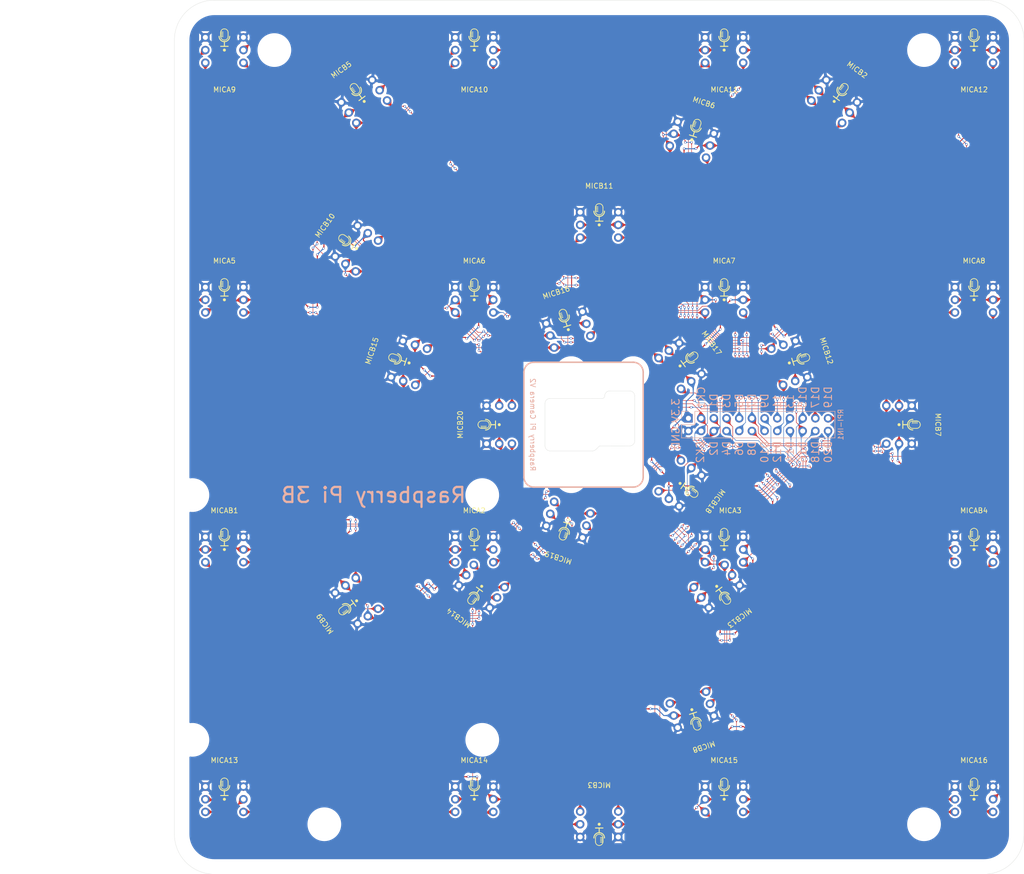
<source format=kicad_pcb>
(kicad_pcb (version 20241229) (generator "pcbnew") (generator_version "9.0")
  (layers (0 "F.Cu" signal) (2 "B.Cu" signal) (13 "F.Paste" user) (15 "B.Paste" user) (5 "F.SilkS" user "F.Silkscreen") (7 "B.SilkS" user "B.Silkscreen") (1 "F.Mask" user) (3 "B.Mask" user) (25 "Edge.Cuts" user))
  (net 0 "")
  (net 1 "CLK1")
  (net 2 "GND")
  (net 3 "CLK2")
  (net 4 "D1")
  (net 5 "+3.3V")
  (net 6 "D2")
  (net 7 "D3")
  (net 8 "D4")
  (net 9 "D5")
  (net 10 "D6")
  (net 11 "D7")
  (net 12 "D8")
  (net 13 "D9")
  (net 14 "D10")
  (net 15 "D11")
  (net 16 "D12")
  (net 17 "D13")
  (net 18 "D14")
  (net 19 "D15")
  (net 20 "D16")
  (net 21 "D17")
  (net 22 "D18")
  (net 23 "D19")
  (net 24 "D20")
  (footprint "Moje:INMP441 breakout" (layer "F.Cu") (at 161.5 100 -90)
    (property "Reference" "MICB7")
    (property "Value" "~")
  )
  (footprint "Moje:INMP441 breakout" (layer "F.Cu") (at 126.5 175)
    (property "Reference" "MICA15")
    (property "Value" "~")
  )
  (footprint "Moje:INMP441 breakout" (layer "F.Cu") (at 120.04102 42.936611 -18)
    (property "Reference" "MICB6")
    (property "Value" "~")
  )
  (footprint "" (layer "F.Cu") (at 46.5 180)
    (property "Reference" "")
    (property "Value" "")
  )
  (footprint "Moje:INMP441 breakout" (layer "F.Cu") (at 101.5 60)
    (property "Reference" "MICB11")
    (property "Value" "~")
  )
  (footprint "Moje:INMP441 breakout" (layer "F.Cu") (at 101.5 180 180)
    (property "Reference" "MICB3")
    (property "Value" "~")
  )
  (footprint "Moje:INMP441 breakout" (layer "F.Cu") (at 176.5 175)
    (property "Reference" "MICA16")
    (property "Value" "~")
  )
  (footprint "" (layer "F.Cu") (at 166.5 180)
    (property "Reference" "")
    (property "Value" "")
  )
  (footprint "Moje:INMP441 breakout" (layer "F.Cu") (at 117.680337 111.755703 -126)
    (property "Reference" "MICB18")
    (property "Value" "~")
  )
  (footprint "Moje:INMP441 breakout" (layer "F.Cu") (at 176.5 125)
    (property "Reference" "MICAB4")
    (property "Value" "~")
  )
  (footprint "Moje:INMP441 breakout" (layer "F.Cu") (at 176.5 75)
    (property "Reference" "MICA8")
    (property "Value" "~")
  )
  (footprint "Moje:INMP441 breakout" (layer "F.Cu") (at 63.45774 87.63932 72)
    (property "Reference" "MICB15")
    (property "Value" "~")
  )
  (footprint "Moje:INMP441 breakout" (layer "F.Cu") (at 139.54226 87.639321 -72)
    (property "Reference" "MICB12")
    (property "Value" "~")
  )
  (footprint "Moje:INMP441 breakout" (layer "F.Cu") (at 76.5 175)
    (property "Reference" "MICA14")
    (property "Value" "~")
  )
  (footprint "Moje:INMP441 breakout" (layer "F.Cu") (at 52.958981 135.267115 126)
    (property "Reference" "MICB9")
    (property "Value" "~")
  )
  (footprint "Moje:INMP441 breakout" (layer "F.Cu") (at 81.5 100 90)
    (property "Reference" "MICB20")
    (property "Value" "~")
  )
  (footprint "Moje:INMP441 breakout" (layer "F.Cu") (at 76.5 125)
    (property "Reference" "MICA2")
    (property "Value" "~")
  )
  (footprint "Moje:INMP441 breakout" (layer "F.Cu") (at 26.5 25)
    (property "Reference" "MICA9")
    (property "Value" "~")
  )
  (footprint "Moje:INMP441 breakout" (layer "F.Cu") (at 125.011409 132.360679 -144)
    (property "Reference" "MICB13")
    (property "Value" "~")
  )
  (footprint "Moje:INMP441 breakout" (layer "F.Cu") (at 148.522819 35.278642 -36)
    (property "Reference" "MICB2")
    (property "Value" "~")
  )
  (footprint "Moje:INMP441 breakout" (layer "F.Cu") (at 26.5 175)
    (property "Reference" "MICA13")
    (property "Value" "~")
  )
  (footprint "Moje:INMP441 breakout" (layer "F.Cu") (at 95.319661 80.97887 18)
    (property "Reference" "MICB16")
    (property "Value" "~")
  )
  (footprint "Moje:INMP441 breakout" (layer "F.Cu") (at 76.5 75)
    (property "Reference" "MICA6")
    (property "Value" "~")
  )
  (footprint "Moje:INMP441 breakout" (layer "F.Cu") (at 117.680338 88.244295 -54)
    (property "Reference" "MICB17")
    (property "Value" "~")
  )
  (footprint "Moje:INMP441 breakout" (layer "F.Cu") (at 54.477181 35.278643 36)
    (property "Reference" "MICB5")
    (property "Value" "~" (hide yes))
  )
  (footprint "Moje:INMP441 breakout" (layer "F.Cu") (at 52.958982 64.732886 54)
    (property "Reference" "MICB10")
    (property "Value" "~")
  )
  (footprint "Moje:INMP441 breakout" (layer "F.Cu") (at 176.5 25)
    (property "Reference" "MICA12")
    (property "Value" "~")
  )
  (footprint "Moje:INMP441 breakout" (layer "F.Cu") (at 126.5 75)
    (property "Reference" "MICA7")
    (property "Value" "~")
  )
  (footprint "Moje:INMP441 breakout" (layer "F.Cu") (at 126.5 125)
    (property "Reference" "MICA3")
    (property "Value" "~")
  )
  (footprint "Moje:INMP441 breakout" (layer "F.Cu") (at 26.5 75)
    (property "Reference" "MICA5")
    (property "Value" "~")
  )
  (footprint "Moje:INMP441 breakout" (layer "F.Cu") (at 76.5 25)
    (property "Reference" "MICA10")
    (property "Value" "~")
  )
  (footprint "" (layer "F.Cu") (at 166.5 25)
    (property "Reference" "")
    (property "Value" "")
  )
  (footprint "Moje:INMP441 breakout" (layer "F.Cu") (at 26.5 125)
    (property "Reference" "MICAB1")
    (property "Value" "~")
  )
  (footprint "Moje:Raspberry Pi Camera V2" (layer "F.Cu") (at 95.9 100 -90)
    (property "Reference" "REF**" (hide yes))
    (property "Value" "Raspberry Pi Camera V2")
    (fp_line (start -4.25 5.25) (end 4.25 5.25) (stroke (width 0.05)) (layer "Edge.Cuts"))
    (fp_line (start 5.25 4.25) (end 5.25 -4.25) (stroke (width 0.05)) (layer "Edge.Cuts"))
    (fp_line (start -5.25 -4.25) (end -5.25 4.25) (stroke (width 0.05)) (layer "Edge.Cuts"))
    (fp_line (start -5.25 -4.25) (end -5.25 -5.25) (stroke (width 0.05)) (layer "Edge.Cuts"))
    (fp_line (start 4.957107 -4.957107) (end 4.257107 -5.657107) (stroke (width 0.05)) (layer "Edge.Cuts"))
    (fp_line (start -5.25 -5.25) (end -5.25 -6.2) (stroke (width 0.05)) (layer "Edge.Cuts"))
    (fp_line (start -6.75 -7.7) (end -6.75 -11.7) (stroke (width 0.05)) (layer "Edge.Cuts"))
    (fp_line (start 4.25 -11.7) (end 4.257107 -5.657107) (stroke (width 0.05)) (layer "Edge.Cuts"))
    (fp_line (start -5.75 -12.7) (end 3.25 -12.7) (stroke (width 0.05)) (layer "Edge.Cuts"))
    (fp_arc (start -4.25 5.25) (mid -4.957107 4.957107) (end -5.25 4.25) (stroke (width 0.05)) (layer "Edge.Cuts"))
    (fp_arc (start 5.25 4.25) (mid 4.957107 4.957107) (end 4.25 5.25) (stroke (width 0.05)) (layer "Edge.Cuts"))
    (fp_arc (start 4.957107 -4.957107) (mid 5.17388 -4.632684) (end 5.25 -4.25) (stroke (width 0.05)) (layer "Edge.Cuts"))
    (fp_arc (start -5.75 -6.7) (mid -5.396447 -6.553553) (end -5.25 -6.2) (stroke (width 0.05)) (layer "Edge.Cuts"))
    (fp_arc (start -5.75 -6.7) (mid -6.457107 -6.992893) (end -6.75 -7.7) (stroke (width 0.05)) (layer "Edge.Cuts"))
    (fp_arc (start -6.75 -11.7) (mid -6.457107 -12.407107) (end -5.75 -12.7) (stroke (width 0.05)) (layer "Edge.Cuts"))
    (fp_arc (start 3.25 -12.7) (mid 3.957107 -12.407107) (end 4.25 -11.7) (stroke (width 0.05)) (layer "Edge.Cuts"))
  )
  (footprint "Moje:INMP441 breakout" (layer "F.Cu") (at 126.5 25)
    (property "Reference" "MICA11")
    (property "Value" "~")
  )
  (footprint "Moje:INMP441 breakout" (layer "F.Cu") (at 120.04102 157.063391 -162)
    (property "Reference" "MICB8")
    (property "Value" "~")
  )
  (footprint "" (layer "F.Cu") (at 36.5 25)
    (property "Reference" "")
    (property "Value" "")
  )
  (footprint "Moje:INMP441 breakout" (layer "F.Cu") (at 77.988591 132.360679 144)
    (property "Reference" "MICB14")
    (property "Value" "~")
  )
  (footprint "Moje:INMP441 breakout" (layer "F.Cu") (at 95.319659 119.021128 162)
    (property "Reference" "MICB19")
    (property "Value" "~")
  )
  (footprint "Moje:RPI 3B" (layer "B.Cu") (at 39.1 138.6 180)
    (property "Reference" "REF**" (hide yes))
    (property "Value" "RPI 3B")
  )
  (footprint "Moje:RPI-IN1" (layer "B.Cu") (at 119.355 98.725 -90)
    (property "Reference" "RPI-IN1")
    (property "Value" "~")
  )
  (gr_arc (start 186.5 182) (mid 184.156854 187.656854) (end 178.5 190) (stroke (width 0.05)) (layer "Edge.Cuts"))
  (gr_line (start 178.5 190) (end 24.5 190) (stroke (width 0.05)) (layer "Edge.Cuts"))
  (gr_line (start 186.5 23) (end 186.5 182) (stroke (width 0.05)) (layer "Edge.Cuts"))
  (gr_arc (start 16.5 23) (mid 18.843146 17.343146) (end 24.5 15) (stroke (width 0.05)) (layer "Edge.Cuts"))
  (gr_arc (start 24.5 190) (mid 18.843146 187.656854) (end 16.5 182) (stroke (width 0.05)) (layer "Edge.Cuts"))
  (gr_line (start 16.5 182) (end 16.5 23) (stroke (width 0.05)) (layer "Edge.Cuts"))
  (gr_line (start 24.5 15) (end 178.5 15) (stroke (width 0.05)) (layer "Edge.Cuts"))
  (gr_arc (start 178.5 15) (mid 184.156854 17.343146) (end 186.5 23) (stroke (width 0.05)) (layer "Edge.Cuts"))
  (segment (start 99.605 62.54) (end 97.69 62.54) (width 0.1016) (layer "F.Cu") (net 1))
  (segment (start 59.92 69.308215) (end 59.303215 69.308215) (width 0.1016) (layer "F.Cu") (net 1))
  (segment (start 28.235 180.64) (end 37.68 180.64) (width 0.1016) (layer "F.Cu") (net 1))
  (segment (start 112.4974 108.823238) (end 112.5 108.820638) (width 0.1016) (layer "F.Cu") (net 1))
  (segment (start 157.345458 112.195458) (end 157.345458 99.899542) (width 0.1016) (layer "F.Cu") (net 1))
  (segment (start 48.103215 69.308215) (end 46.22246 67.42746) (width 0.1016) (layer "F.Cu") (net 1))
  (segment (start 122.69 127.54) (end 112.929918 117.779918) (width 0.1016) (layer "F.Cu") (net 1))
  (segment (start 112.5 108.755) (end 113.53 107.725) (width 0.1016) (layer "F.Cu") (net 1))
  (segment (start 158.96 77.542606) (end 158.957394 77.54) (width 0.1016) (layer "F.Cu") (net 1))
  (segment (start 68.4125 130.4325) (end 68.4125 131.8175) (width 0.1016) (layer "F.Cu") (net 1))
  (segment (start 95.626014 84.972922) (end 95.225 84.571908) (width 0.1016) (layer "F.Cu") (net 1))
  (segment (start 26.5125 177.525) (end 26.5125 178.9175) (width 0.1016) (layer "F.Cu") (net 1))
  (segment (start 158.96 98.285) (end 158.96 96.19) (width 0.1016) (layer "F.Cu") (net 1))
  (segment (start 133.195699 84.800699) (end 135.949222 84.800699) (width 0.1016) (layer "F.Cu") (net 1))
  (segment (start 136.52 84.229921) (end 136.52 83.02784) (width 0.1016) (layer "F.Cu") (net 1))
  (segment (start 147.265 36.525) (end 151.79 32) (width 0.1016) (layer "F.Cu") (net 1))
  (segment (start 67.25 132.98) (end 66.615 133.615) (width 0.1016) (layer "F.Cu") (net 1))
  (segment (start 110.32 117.779918) (end 106.024918 117.779918) (width 0.1016) (layer "F.Cu") (net 1))
  (segment (start 68.4125 131.8175) (end 67.25 132.98) (width 0.1016) (layer "F.Cu") (net 1))
  (segment (start 122.879642 153.470353) (end 126.600789 149.749206) (width 0.1016) (layer "F.Cu") (net 1))
  (segment (start 59.92 69.308215) (end 64.458215 69.308215) (width 0.1016) (layer "F.Cu") (net 1))
  (segment (start 172.69 29.81) (end 172.69 27.54) (width 0.1016) (layer "F.Cu") (net 1))
  (segment (start 26.4975 177.54) (end 26.5125 177.525) (width 0.1016) (layer "F.Cu") (net 1))
  (segment (start 32.006495 165.838505) (end 32.006495 136.856495) (width 0.1016) (layer "F.Cu") (net 1))
  (segment (start 131.12 35.094083) (end 130.244083 35.094083) (width 0.1016) (layer "F.Cu") (net 1))
  (segment (start 93.565 113.965) (end 87.065 113.965) (width 0.1016) (layer "F.Cu") (net 1))
  (segment (start 84.04 110.94) (end 84.04 103.81) (width 0.1016) (layer "F.Cu") (net 1))
  (segment (start 112.4974 111.807218) (end 112.4974 108.823238) (width 0.1016) (layer "F.Cu") (net 1))
  (segment (start 122.69 79.595) (end 123.455422 80.360422) (width 0.1016) (layer "F.Cu") (net 1))
  (segment (start 72.69 127.54) (end 71.305 127.54) (width 0.1016) (layer "F.Cu") (net 1))
  (segment (start 23.065 77.54) (end 40.50246 60.10254) (width 0.1016) (layer "F.Cu") (net 1))
  (segment (start 46.22246 67.42746) (end 46.22246 65.82254) (width 0.1016) (layer "F.Cu") (net 1))
  (segment (start 172.69 177.54) (end 170.04 177.54) (width 0.1016) (layer "F.Cu") (net 1))
  (segment (start 114.32 107.725) (end 116.62 105.425) (width 0.1016) (layer "F.Cu") (net 1))
  (segment (start 114.92 43.462348) (end 114.92 35.31) (width 0.1016) (layer "F.Cu") (net 1))
  (segment (start 123.455422 80.360422) (end 123.455422 80.989578) (width 0.1016) (layer "F.Cu") (net 1))
  (segment (start 143.94749 35.094083) (end 145.378407 36.525) (width 0.1016) (layer "F.Cu") (net 1))
  (segment (start 110.72 113.584618) (end 112.4974 111.807218) (width 0.1016) (layer "F.Cu") (net 1))
  (segment (start 59.303215 69.308215) (end 51.52 61.525) (width 0.1016) (layer "F.Cu") (net 1))
  (segment (start 158.957394 77.54) (end 172.69 77.54) (width 0.1016) (layer "F.Cu") (net 1))
  (segment (start 26.5125 171.3325) (end 32.006495 165.838505) (width 0.1016) (layer "F.Cu") (net 1))
  (segment (start 122.69 77.54) (end 117.105 77.54) (width 0.1016) (layer "F.Cu") (net 1))
  (segment (start 106.024918 117.779918) (end 106.022037 117.782799) (width 0.1016) (layer "F.Cu") (net 1))
  (segment (start 116.613897 105.418897) (end 116.62 105.425) (width 0.1016) (layer "F.Cu") (net 1))
  (segment (start 102.3125 59.8325) (end 99.605 62.54) (width 0.1016) (layer "F.Cu") (net 1))
  (segment (start 122.879642 153.470353) (end 114.974647 153.470353) (width 0.1016) (layer "F.Cu") (net 1))
  (segment (start 52.774423 69.308215) (end 59.92 69.308215) (width 0.1016) (layer "F.Cu") (net 1))
  (segment (start 22.69 177.54) (end 26.4975 177.54) (width 0.1016) (layer "F.Cu") (net 1))
  (segment (start 76.81 136.912356) (end 78.458678 135.263678) (width 0.1016) (layer "F.Cu") (net 1))
  (segment (start 78.458678 133.986322) (end 78.458678 135.263678) (width 0.1016) (layer "F.Cu") (net 1))
  (segment (start 142.578407 33.725) (end 132.489083 33.725) (width 0.1016) (layer "F.Cu") (net 1))
  (segment (start 26.5125 177.525) (end 26.5125 171.3325) (width 0.1016) (layer "F.Cu") (net 1))
  (segment (start 71.305 127.54) (end 68.4125 130.4325) (width 0.1016) (layer "F.Cu") (net 1))
  (segment (start 111.2 84.8) (end 111.531058 84.8) (width 0.1016) (layer "F.Cu") (net 1))
  (segment (start 112.5 108.820638) (end 112.5 108.755) (width 0.1016) (layer "F.Cu") (net 1))
  (segment (start 116.92 103.725) (end 116.62 104.025) (width 0.1016) (layer "F.Cu") (net 1))
  (segment (start 115.632592 45.612408) (end 113.92 47.325) (width 0.1016) (layer "F.Cu") (net 1))
  (segment (start 132.489083 33.725) (end 131.12 35.094083) (width 0.1016) (layer "F.Cu") (net 1))
  (segment (start 115.632592 44.17494) (end 115.632592 45.612408) (width 0.1016) (layer "F.Cu") (net 1))
  (segment (start 51.52 58.525) (end 52.887801 57.157199) (width 0.1016) (layer "F.Cu") (net 1))
  (segment (start 120.179607 95.807526) (end 121.895 97.522919) (width 0.1016) (layer "F.Cu") (net 1))
  (segment (start 145.378407 36.525) (end 147.265 36.525) (width 0.1016) (layer "F.Cu") (net 1))
  (segment (start 67.25 132.98) (end 72.083523 137.813523) (width 0.1016) (layer "F.Cu") (net 1))
  (segment (start 106.022037 117.782799) (end 99.728087 117.782799) (width 0.1016) (layer "F.Cu") (net 1))
  (segment (start 126.469475 127.935) (end 126.600789 128.066314) (width 0.1016) (layer "F.Cu") (net 1))
  (segment (start 116.613897 104.025) (end 116.613897 105.418897) (width 0.1016) (layer "F.Cu") (net 1))
  (segment (start 126.17459 83.708746) (end 132.103746 83.708746) (width 0.1016) (layer "F.Cu") (net 1))
  (segment (start 79.721908 84.571908) (end 72.69 77.54) (width 0.1016) (layer "F.Cu") (net 1))
  (segment (start 113.92 47.325) (end 112.12 47.325) (width 0.1016) (layer "F.Cu") (net 1))
  (segment (start 111.531058 84.8) (end 111.531058 83.113942) (width 0.1016) (layer "F.Cu") (net 1))
  (segment (start 46.22246 65.82254) (end 40.50246 60.10254) (width 0.1016) (layer "F.Cu") (net 1))
  (segment (start 123.166923 100.271923) (end 123.166923 102.278077) (width 0.1016) (layer "F.Cu") (net 1))
  (segment (start 72.083523 137.813523) (end 76.81 137.813523) (width 0.1016) (layer "F.Cu") (net 1))
  (segment (start 121.895 99) (end 123.166923 100.271923) (width 0.1016) (layer "F.Cu") (net 1))
  (segment (start 63.373505 136.856495) (end 57.253346 136.856495) (width 0.1016) (layer "F.Cu") (net 1))
  (segment (start 76.81 137.813523) (end 76.81 136.912356) (width 0.1016) (layer "F.Cu") (net 1))
  (segment (start 121.895 98.725) (end 121.895 99) (width 0.1016) (layer "F.Cu") (net 1))
  (segment (start 155.8 181.6) (end 126.75 181.6) (width 0.1016) (layer "F.Cu") (net 1))
  (segment (start 113.385973 86.654915) (end 111.531058 84.8) (width 0.1016) (layer "F.Cu") (net 1))
  (segment (start 116.62 104.025) (end 116.613897 104.025) (width 0.1016) (layer "F.Cu") (net 1))
  (segment (start 123.455422 80.989578) (end 126.17459 83.708746) (width 0.1016) (layer "F.Cu") (net 1))
  (segment (start 130.244083 35.094083) (end 122.69 27.54) (width 0.1016) (layer "F.Cu") (net 1))
  (segment (start 170.04 177.54) (end 168 175.5) (width 0.1016) (layer "F.Cu") (net 1))
  (segment (start 95.225 84.571908) (end 92.481039 84.571908) (width 0.1016) (layer "F.Cu") (net 1))
  (segment (start 105.31 174.925) (end 105.31 177.46) (width 0.1016) (layer "F.Cu") (net 1))
  (segment (start 110.72 117.779918) (end 110.32 117.779918) (width 0.1016) (layer "F.Cu") (net 1))
  (segment (start 97.326359 117.726359) (end 93.565 113.965) (width 0.1016) (layer "F.Cu") (net 1))
  (segment (start 22.69 42.290079) (end 22.69 27.54) (width 0.1016) (layer "F.Cu") (net 1))
  (segment (start 121.895 97.522919) (end 121.895 98.725) (width 0.1016) (layer "F.Cu") (net 1))
  (segment (start 122.69 77.54) (end 122.69 79.595) (width 0.1016) (layer "F.Cu") (net 1))
  (segment (start 64.696069 92.047748) (end 72.171909 84.571908) (width 0.1016) (layer "F.Cu") (net 1))
  (segment (start 123.165 127.935) (end 126.469475 127.935) (width 0.1016) (layer "F.Cu") (net 1))
  (segment (start 110.72 117.779918) (end 110.72 113.584618) (width 0.1016) (layer "F.Cu") (net 1))
  (segment (start 105.31 167.935) (end 105.31 174.925) (width 0.1016) (layer "F.Cu") (net 1))
  (segment (start 26.5125 178.9175) (end 28.235 180.64) (width 0.1016) (layer "F.Cu") (net 1))
  (segment (start 113.385973 92.755973) (end 116.437526 95.807526) (width 0.1016) (layer "F.Cu") (net 1))
  (segment (start 113.641736 154.803264) (end 113.641736 159.603264) (width 0.1016) (layer "F.Cu") (net 1))
  (segment (start 120.075 174.925) (end 108.42 174.925) (width 0.1016) (layer "F.Cu") (net 1))
  (segment (start 108.42 174.925) (end 105.31 174.925) (width 0.1016) (layer "F.Cu") (net 1))
  (segment (start 111.027078 84.972922) (end 111.2 84.8) (width 0.1016) (layer "F.Cu") (net 1))
  (segment (start 117.864896 106.669896) (end 117.864896 107.180374) (width 0.1016) (layer "F.Cu") (net 1))
  (segment (start 97.69 62.54) (end 95.225 65.005) (width 0.1016) (layer "F.Cu") (net 1))
  (segment (start 122.77 127.54) (end 123.165 127.935) (width 0.1016) (layer "F.Cu") (net 1))
  (segment (start 136.52 83.02784) (end 142.00784 77.54) (width 0.1016) (layer "F.Cu") (net 1))
  (segment (start 115.632592 44.17494) (end 114.92 43.462348) (width 0.1016) (layer "F.Cu") (net 1))
  (segment (start 112.12 47.325) (end 102.3125 57.1325) (width 0.1016) (layer "F.Cu") (net 1))
  (segment (start 126.75 181.6) (end 122.69 177.54) (width 0.1016) (layer "F.Cu") (net 1))
  (segment (start 126.600789 149.749206) (end 126.600789 128.066314) (width 0.1016) (layer "F.Cu") (net 1))
  (segment (start 111.027078 84.972922) (end 95.626014 84.972922) (width 0.1016) (layer "F.Cu") (net 1))
  (segment (start 142.00784 77.54) (end 158.957394 77.54) (width 0.1016) (layer "F.Cu") (net 1))
  (segment (start 113.385973 86.654915) (end 114.72 87.988942) (width 0.1016) (layer "F.Cu") (net 1))
  (segment (start 114.92 35.31) (end 122.69 27.54) (width 0.1016) (layer "F.Cu") (net 1))
  (segment (start 105.39 177.54) (end 105.31 177.46) (width 0.1016) (layer "F.Cu") (net 1))
  (segment (start 51.52 61.525) (end 51.52 58.525) (width 0.1016) (layer "F.Cu") (net 1))
  (segment (start 57.5 174) (end 61.04 177.54) (width 0.1016) (layer "F.Cu") (net 1))
  (segment (start 172.69 127.54) (end 157.345458 112.195458) (width 0.1016) (layer "F.Cu") (net 1))
  (segment (start 66.615 133.615) (end 63.373505 136.856495) (width 0.1016) (layer "F.Cu") (net 1))
  (segment (start 113.385973 90.725) (end 113.385973 92.755973) (width 0.1016) (layer "F.Cu") (net 1))
  (segment (start 52.774423 69.308215) (end 48.103215 69.308215) (width 0.1016) (layer "F.Cu") (net 1))
  (segment (start 114.974647 153.470353) (end 113.641736 154.803264) (width 0.1016) (layer "F.Cu") (net 1))
  (segment (start 122.69 127.54) (end 122.77 127.54) (width 0.1016) (layer "F.Cu") (net 1))
  (segment (start 64.458215 69.308215) (end 72.69 77.54) (width 0.1016) (layer "F.Cu") (net 1))
  (segment (start 79.899762 132.545238) (end 78.458678 133.986322) (width 0.1016) (layer "F.Cu") (net 1))
  (segment (start 161.9 175.5) (end 155.8 181.6) (width 0.1016) (layer "F.Cu") (net 1))
  (segment (start 158.96 96.19) (end 158.96 77.542606) (width 0.1016) (layer "F.Cu") (net 1))
  (segment (start 113.53 107.725) (end 114.32 107.725) (width 0.1016) (layer "F.Cu") (net 1))
  (segment (start 44.32 174) (end 57.5 174) (width 0.1016) (layer "F.Cu") (net 1))
  (segment (start 60.656992 39.573008) (end 52.887801 39.573008) (width 0.1016) (layer "F.Cu") (net 1))
  (segment (start 112.929918 117.779918) (end 110.72 117.779918) (width 0.1016) (layer "F.Cu") (net 1))
  (segment (start 122.69 177.54) (end 120.075 174.925) (width 0.1016) (layer "F.Cu") (net 1))
  (segment (start 117.105 77.54) (end 111.531058 83.113942) (width 0.1016) (layer "F.Cu") (net 1))
  (segment (start 135.949222 84.800699) (end 136.52 84.229921) (width 0.1016) (layer "F.Cu") (net 1))
  (segment (start 123.166923 102.278077) (end 121.72 103.725) (width 0.1016) (layer "F.Cu") (net 1))
  (segment (start 168 175.5) (end 161.9 175.5) (width 0.1016) (layer "F.Cu") (net 1))
  (segment (start 37.68 180.64) (end 44.32 174) (width 0.1016) (layer "F.Cu") (net 1))
  (segment (start 87.065 113.965) (end 84.04 110.94) (width 0.1016) (layer "F.Cu") (net 1))
  (segment (start 113.641736 159.603264) (end 105.31 167.935) (width 0.1016) (layer "F.Cu") (net 1))
  (segment (start 143.94749 35.094083) (end 142.578407 33.725) (width 0.1016) (layer "F.Cu") (net 1))
  (segment (start 61.04 177.54) (end 72.69 177.54) (width 0.1016) (layer "F.Cu") (net 1))
  (segment (start 99.728087 117.782799) (end 97.326359 117.782799) (width 0.1016) (layer "F.Cu") (net 1))
  (segment (start 52.887801 57.157199) (end 52.887801 39.573008) (width 0.1016) (layer "F.Cu") (net 1))
  (segment (start 92.481039 84.571908) (end 79.721908 84.571908) (width 0.1016) (layer "F.Cu") (net 1))
  (segment (start 72.171909 84.571908) (end 79.721908 84.571908) (width 0.1016) (layer "F.Cu") (net 1))
  (segment (start 97.326359 117.782799) (end 82.56392 132.545238) (width 0.1016) (layer "F.Cu") (net 1))
  (segment (start 170.5 32) (end 172.69 29.81) (width 0.1016) (layer "F.Cu") (net 1))
  (segment (start 157.345458 99.899542) (end 158.96 98.285) (width 0.1016) (layer "F.Cu") (net 1))
  (segment (start 102.3125 57.1325) (end 102.3125 59.8325) (width 0.1016) (layer "F.Cu") (net 1))
  (segment (start 82.56392 132.545238) (end 79.899762 132.545238) (width 0.1016) (layer "F.Cu") (net 1))
  (segment (start 95.225 65.005) (end 95.225 84.571908) (width 0.1016) (layer "F.Cu") (net 1))
  (segment (start 114.72 89.390973) (end 113.385973 90.725) (width 0.1016) (layer "F.Cu") (net 1))
  (segment (start 97.326359 117.782799) (end 97.326359 117.726359) (width 0.1016) (layer "F.Cu") (net 1))
  (segment (start 151.79 32) (end 170.5 32) (width 0.1016) (layer "F.Cu") (net 1))
  (segment (start 121.72 103.725) (end 116.92 103.725) (width 0.1016) (layer "F.Cu") (net 1))
  (segment (start 132.103746 83.708746) (end 133.195699 84.800699) (width 0.1016) (layer "F.Cu") (net 1))
  (segment (start 22.69 77.54) (end 23.065 77.54) (width 0.1016) (layer "F.Cu") (net 1))
  (segment (start 116.62 105.425) (end 117.864896 106.669896) (width 0.1016) (layer "F.Cu") (net 1))
  (segment (start 114.72 87.988942) (end 114.72 89.390973) (width 0.1016) (layer "F.Cu") (net 1))
  (segment (start 116.437526 95.807526) (end 120.179607 95.807526) (width 0.1016) (layer "F.Cu") (net 1))
  (segment (start 40.50246 60.10254) (end 22.69 42.290079) (width 0.1016) (layer "F.Cu") (net 1))
  (segment (start 22.69 127.54) (end 32.006495 136.856495) (width 0.1016) (layer "F.Cu") (net 1))
  (segment (start 72.69 27.54) (end 60.656992 39.573008) (width 0.1016) (layer "F.Cu") (net 1))
  (segment (start 32.006495 136.856495) (end 57.253346 136.856495) (width 0.1016) (layer "F.Cu") (net 1))
  (segment (start 50.71952 67.815241) (end 53.72 64.814761) (width 0.1016) (layer "F.Cu") (net 3))
  (segment (start 172.69 175) (end 170.5 175) (width 0.1016) (layer "F.Cu") (net 3))
  (segment (start 57.726895 36.925) (end 58.32 37.518105) (width 0.1016) (layer "F.Cu") (net 3))
  (segment (start 72.69 175) (end 74.195 175) (width 0.1016) (layer "F.Cu") (net 3))
  (segment (start 145.440464 33.03918) (end 145.43418 33.03918) (width 0.1016) (layer "F.Cu") (net 3))
  (segment (start 142.6 171.9) (end 135.175 179.325) (width 0.1016) (layer "F.Cu") (net 3))
  (segment (start 24.5 110.6) (end 20.82 106.92) (width 0.1016) (layer "F.Cu") (net 3))
  (segment (start 146.526284 34.125) (end 145.440464 33.03918) (width 0.1016) (layer "F.Cu") (net 3))
  (segment (start 100.964701 122.22) (end 116.18 122.22) (width 0.1016) (layer "F.Cu") (net 3))
  (segment (start 48.02 135.825) (end 46.965 134.77) (width 0.1016) (layer "F.Cu") (net 3))
  (segment (start 125.988705 126.325) (end 127.32 126.325) (width 0.1016) (layer "F.Cu") (net 3))
  (segment (start 81.9 104.21) (end 81.5 103.81) (width 0.1016) (layer "F.Cu") (net 3))
  (segment (start 128.245 32.525638) (end 128.245 29.15) (width 0.1016) (layer "F.Cu") (net 3))
  (segment (start 122.69 75) (end 119.99 72.3) (width 0.1016) (layer "F.Cu") (net 3))
  (segment (start 114.72 84.441064) (end 115.440876 85.16194) (width 0.1016) (layer "F.Cu") (net 3))
  (segment (start 114.32 41.925) (end 114.32 41.654305) (width 0.1016) (layer "F.Cu") (net 3))
  (segment (start 101.0425 58.6025) (end 99.645 60) (width 0.1016) (layer "F.Cu") (net 3))
  (segment (start 132.62 31.725) (end 130.39 33.955) (width 0.1016) (layer "F.Cu") (net 3))
  (segment (start 60.42 87.025) (end 62.280385 88.885385) (width 0.1016) (layer "F.Cu") (net 3))
  (segment (start 121.012847 176.677153) (end 117.69 180) (width 0.1016) (layer "F.Cu") (net 3))
  (segment (start 167.4 171.9) (end 142.6 171.9) (width 0.1016) (layer "F.Cu") (net 3))
  (segment (start 46.965 134.77) (end 46.965 120.315) (width 0.1016) (layer "F.Cu") (net 3))
  (segment (start 135.175 179.325) (end 127.725 179.325) (width 0.1016) (layer "F.Cu") (net 3))
  (segment (start 61.82 81.225) (end 60.42 82.625) (width 0.1016) (layer "F.Cu") (net 3))
  (segment (start 20.828837 125) (end 20.82 125.008837) (width 0.1016) (layer "F.Cu") (net 3))
  (segment (start 46.965 120.315) (end 66.71 120.315) (width 0.1016) (layer "F.Cu") (net 3))
  (segment (start 74.195 175) (end 75.2675 176.0725) (width 0.1016) (layer "F.Cu") (net 3))
  (segment (start 64.140459 94.325) (end 62.280385 92.464926) (width 0.1016) (layer "F.Cu") (net 3))
  (segment (start 122.531838 104.89683) (end 122.531838 106.061309) (width 0.1016) (layer "F.Cu") (net 3))
  (segment (start 124.813762 81.209194) (end 124.813762 75.093762) (width 0.1016) (layer "F.Cu") (net 3))
  (segment (start 126.518288 175) (end 126.52 174.998288) (width 0.1016) (layer "F.Cu") (net 3))
  (segment (start 144.12 31.725) (end 132.62 31.725) (width 0.1016) (layer "F.Cu") (net 3))
  (segment (start 130.39 33.955) (end 129.674362 33.955) (width 0.1016) (layer "F.Cu") (net 3))
  (segment (start 128.155347 158.325347) (end 127.027589 157.197589) (width 0.1016) (layer "F.Cu") (net 3))
  (segment (start 122.69 175) (end 126.518288 175) (width 0.1016) (layer "F.Cu") (net 3))
  (segment (start 77.811 121.234) (end 83.542414 121.234) (width 0.1016) (layer "F.Cu") (net 3))
  (segment (start 160.186 106.9208) (end 160.184528 106.922272) (width 0.1016) (layer "F.Cu") (net 3))
  (segment (start 119.72 114.3134) (end 119.12 113.7134) (width 0.1016) (layer "F.Cu") (net 3))
  (segment (start 175.007153 79.937847) (end 175.007153 74.999871) (width 0.1016) (layer "F.Cu") (net 3))
  (segment (start 98.161708 83.766708) (end 101.878292 83.766708) (width 0.1016) (layer "F.Cu") (net 3))
  (segment (start 98.895 184.45) (end 103.345 180) (width 0.1016) (layer "F.Cu") (net 3))
  (segment (start 117.684136 95.149136) (end 120.533488 95.149136) (width 0.1016) (layer "F.Cu") (net 3))
  (segment (start 75.92 78.23) (end 75.92 80.200638) (width 0.1016) (layer "F.Cu") (net 3))
  (segment (start 115.440876 90.525) (end 115.440876 92.905876) (width 0.1016) (layer "F.Cu") (net 3))
  (segment (start 54.743362 135.825) (end 48.02 135.825) (width 0.1016) (layer "F.Cu") (net 3))
  (segment (start 174.932497 25.837497) (end 174.095 25) (width 0.1016) (layer "F.Cu") (net 3))
  (segment (start 60.42 82.625) (end 60.42 87.025) (width 0.1016) (layer "F.Cu") (net 3))
  (segment (start 127.027589 136.925) (end 127.52 136.432589) (width 0.1016) (layer "F.Cu") (net 3))
  (segment (start 119.72 114.3134) (end 119.72 118.68) (width 0.1016) (layer "F.Cu") (net 3))
  (segment (start 145.43418 33.03918) (end 144.12 31.725) (width 0.1016) (layer "F.Cu") (net 3))
  (segment (start 134.204207 81.840793) (end 133.503746 82.541254) (width 0.1016) (layer "F.Cu") (net 3))
  (segment (start 115.0375 77.6425) (end 116.18 76.5) (width 0.1016) (layer "F.Cu") (net 3))
  (segment (start 101.0425 56.6475) (end 101.0425 58.6025) (width 0.1016) (layer "F.Cu") (net 3))
  (segment (start 49.92 38.992931) (end 51.394826 37.518105) (width 0.1016) (layer "F.Cu") (net 3))
  (segment (start 52.52 36.925) (end 57.726895 36.925) (width 0.1016) (layer "F.Cu") (net 3))
  (segment (start 22.69 75) (end 20.820668 75) (width 0.1016) (layer "F.Cu") (net 3))
  (segment (start 124.81923 75.088294) (end 124.81923 74.997543) (width 0.1016) (layer "F.Cu") (net 3))
  (segment (start 167.3575 29.5425) (end 152.3425 29.5425) (width 0.1016) (layer "F.Cu") (net 3))
  (segment (start 62.280385 88.885385) (end 62.280385 91.262845) (width 0.1016) (layer "F.Cu") (net 3))
  (segment (start 161.5 98.345) (end 161.5 96.19) (width 0.1016) (layer "F.Cu") (net 3))
  (segment (start 77.445 137.640323) (end 77.445 136.880941) (width 0.1016) (layer "F.Cu") (net 3))
  (segment (start 71.012075 76.676381) (end 57.510208 76.676381) (width 0.1016) (layer "F.Cu") (net 3))
  (segment (start 22.69 125) (end 23.995 125) (width 0.1016) (layer "F.Cu") (net 3))
  (segment (start 136.189901 81.840793) (end 134.204207 81.840793) (width 0.1016) (layer "F.Cu") (net 3))
  (segment (start 81.5 101.905) (end 79.6725 100.0775) (width 0.1016) (layer "F.Cu") (net 3))
  (segment (start 115.440876 85.16194) (end 116.92 86.641064) (width 0.1016) (layer "F.Cu") (net 3))
  (segment (start 117.846805 78.133272) (end 114.72 81.260077) (width 0.1016) (layer "F.Cu") (net 3))
  (segment (start 51.926895 37.518105) (end 52.52 36.925) (width 0.1016) (layer "F.Cu") (net 3))
  (segment (start 77.7675 100.0775) (end 72.015 94.325) (width 0.1016) (layer "F.Cu") (net 3))
  (segment (start 114.32 41.925) (end 114.32 43.37) (width 0.1016) (layer "F.Cu") (net 3))
  (segment (start 127.52 136.432589) (end 127.52 130.694981) (width 0.1016) (layer "F.Cu") (net 3))
  (segment (start 152.3425 29.5425) (end 147.76 34.125) (width 0.1016) (layer "F.Cu") (net 3))
  (segment (start 74.638534 81.225) (end 61.82 81.225) (width 0.1016) (layer "F.Cu") (net 3))
  (segment (start 119.355 121.971057) (end 119.355 123.601414) (width 0.1016) (layer "F.Cu") (net 3))
  (segment (start 159.219598 105.7692) (end 157.7582 104.307802) (width 0.1016) (layer "F.Cu") (net 3))
  (segment (start 55.199057 136.280695) (end 54.743362 135.825) (width 0.1016) (layer "F.Cu") (net 3))
  (segment (start 20.82 106.92) (end 20.82 74.999332) (width 0.1016) (layer "F.Cu") (net 3))
  (segment (start 160.184528 106.922272) (end 160.184528 113.342028) (width 0.1016) (layer "F.Cu") (net 3))
  (segment (start 173.414322 42.294324) (end 173.414323 42.294323) (width 0.1016) (layer "F.Cu") (net 3))
  (segment (start 81.5 103.81) (end 81.5 101.905) (width 0.1016) (layer "F.Cu") (net 3))
  (segment (start 157.7582 104.307802) (end 157.7582 102.0868) (width 0.1016) (layer "F.Cu") (net 3))
  (segment (start 118.72 43.48) (end 118.72 43.125) (width 0.1016) (layer "F.Cu") (net 3))
  (segment (start 174.932497 39.337503) (end 174.932497 25.837497) (width 0.1016) (layer "F.Cu") (net 3))
  (segment (start 171.8425 125) (end 172.69 125) (width 0.1016) (layer "F.Cu") (net 3))
  (segment (start 53.72 64.325) (end 49.92 60.525) (width 0.1016) (layer "F.Cu") (net 3))
  (segment (start 58.32 37.518105) (end 62.142533 37.518105) (width 0.1016) (layer "F.Cu") (net 3))
  (segment (start 113.82 32.525) (end 121.345 25) (width 0.1016) (layer "F.Cu") (net 3))
  (segment (start 116.18 76.5) (end 117.846805 76.5) (width 0.1016) (layer "F.Cu") (net 3))
  (segment (start 161.5 93.445) (end 175.007153 79.937847) (width 0.1016) (layer "F.Cu") (net 3))
  (segment (start 22.69 125) (end 20.828837 125) (width 0.1016) (layer "F.Cu") (net 3))
  (segment (start 172.69 75) (end 175.007024 75) (width 0.1016) (layer "F.Cu") (net 3))
  (segment (start 120.753586 125) (end 122.69 125) (width 0.1016) (layer "F.Cu") (net 3))
  (segment (start 119.72 118.68) (end 118.085 120.315) (width 0.1016) (layer "F.Cu") (net 3))
  (segment (start 79.7258 134.600141) (end 81.070946 134.600141) (width 0.1016) (layer "F.Cu") (net 3))
  (segment (start 24.3 175) (end 24.7 174.6) (width 0.1016) (layer "F.Cu") (net 3))
  (segment (start 37.62 129.625) (end 46.93 120.315) (width 0.1016) (layer "F.Cu") (net 3))
  (segment (start 160.184528 113.342028) (end 171.8425 125) (width 0.1016) (layer "F.Cu") (net 3))
  (segment (start 62.142533 37.518105) (end 63.32 36.340638) (width 0.1016) (layer "F.Cu") (net 3))
  (segment (start 85.065 119.711414) (end 85.065 118.41) (width 0.1016) (layer "F.Cu") (net 3))
  (segment (start 118.085 120.701057) (end 119.355 121.971057) (width 0.1016) (layer "F.Cu") (net 3))
  (segment (start 133.503746 82.541254) (end 126.145822 82.541254) (width 0.1016) (layer "F.Cu") (net 3))
  (segment (start 81.9 115.245) (end 81.9 104.21) (width 0.1016) (layer "F.Cu") (net 3))
  (segment (start 160.186 105.7692) (end 159.219598 105.7692) (width 0.1016) (layer "F.Cu") (net 3))
  (segment (start 49.92 60.525) (end 49.92 38.992931) (width 0.1016) (layer "F.Cu") (net 3))
  (segment (start 161.5 96.19) (end 161.5 93.445) (width 0.1016) (layer "F.Cu") (net 3))
  (segment (start 119.355 123.601414) (end 120.753586 125) (width 0.1016) (layer "F.Cu") (net 3))
  (segment (start 114.32 43.37) (end 101.0425 56.6475) (width 0.1016) (layer "F.Cu") (net 3))
  (segment (start 99.645 60) (end 97.69 60) (width 0.1016) (layer "F.Cu") (net 3))
  (segment (start 20.82 120.48) (end 24.5 116.8) (width 0.1016) (layer "F.Cu") (net 3))
  (segment (start 75.92 80.200638) (end 77.244362 81.525) (width 0.1016) (layer "F.Cu") (net 3))
  (segment (start 128.245 29.15) (end 124.095 25) (width 0.1016) (layer "F.Cu") (net 3))
  (segment (start 116.92 86.641064) (end 116.92 89.045876) (width 0.1016) (layer "F.Cu") (net 3))
  (segment (start 121.345 25) (end 122.69 25) (width 0.1016) (layer "F.Cu") (net 3))
  (segment (start 63.32 34.37) (end 72.69 25) (width 0.1016) (layer "F.Cu") (net 3))
  (segment (start 71.395 125) (end 72.69 125) (width 0.1016) (layer "F.Cu") (net 3))
  (segment (start 123.8 126.916174) (end 124.149826 127.266) (width 0.1016) (layer "F.Cu") (net 3))
  (segment (start 79.6725 100.0775) (end 77.7675 100.0775) (width 0.1016) (layer "F.Cu") (net 3))
  (segment (start 157.7582 102.0868) (end 161.5 98.345) (width 0.1016) (layer "F.Cu") (net 3))
  (segment (start 175.007024 75) (end 175.007153 74.999871) (width 0.1016) (layer "F.Cu") (net 3))
  (segment (start 20.820668 75) (end 20.82 74.999332) (width 0.1016) (layer "F.Cu") (net 3))
  (segment (start 72.015 94.325) (end 64.140459 94.325) (width 0.1016) (layer "F.Cu") (net 3))
  (segment (start 118.72 43.125) (end 117.354256 41.759256) (width 0.1016) (layer "F.Cu") (net 3))
  (segment (start 98.943184 120.198483) (end 100.964701 122.22) (width 0.1016) (layer "F.Cu") (net 3))
  (segment (start 24.7 174.6) (end 24.7 146.2) (width 0.1016) (layer "F.Cu") (net 3))
  (segment (start 123.664545 155.886036) (end 125.025581 154.525) (width 0.1016) (layer "F.Cu") (net 3))
  (segment (start 72.69 75) (end 75.92 78.23) (width 0.1016) (layer "F.Cu") (net 3))
  (segment (start 85.065 118.41) (end 81.9 115.245) (width 0.1016) (layer "F.Cu") (net 3))
  (segment (start 123.8 126.11) (end 123.8 126.916174) (width 0.1016) (layer "F.Cu") (net 3))
  (segment (start 78.102712 81.525) (end 78.380282 81.24743) (width 0.1016) (layer "F.Cu") (net 3))
  (segment (start 62.280385 92.464926) (end 62.280385 91.262845) (width 0.1016) (layer "F.Cu") (net 3))
  (segment (start 63.32 36.340638) (end 63.32 34.37) (width 0.1016) (layer "F.Cu") (net 3))
  (segment (start 113.82 41.154305) (end 113.82 32.525) (width 0.1016) (layer "F.Cu") (net 3))
  (segment (start 170.5 175) (end 167.4 171.9) (width 0.1016) (layer "F.Cu") (net 3))
  (segment (start 53.72 64.814761) (end 53.72 64.325) (width 0.1016) (layer "F.Cu") (net 3))
  (segment (start 127.52 130.694981) (end 128.093764 130.121217) (width 0.1016) (layer "F.Cu") (net 3))
  (segment (start 83.542414 121.234) (end 85.065 119.711414) (width 0.1016) (layer "F.Cu") (net 3))
  (segment (start 115.440876 92.905876) (end 117.684136 95.149136) (width 0.1016) (layer "F.Cu") (net 3))
  (segment (start 82.14 184.45) (end 98.895 184.45) (width 0.1016) (layer "F.Cu") (net 3))
  (segment (start 175.007153 74.999871) (end 175.007153 43.887153) (width 0.1016) (layer "F.Cu") (net 3))
  (segment (start 126.145822 82.541254) (end 124.813762 81.209194) (width 0.1016) (layer "F.Cu") (net 3))
  (segment (start 173.414323 40.855677) (end 174.932497 39.337503) (width 0.1016) (layer "F.Cu") (net 3))
  (segment (start 118.085 120.315) (end 118.085 120.701057) (width 0.1016) (layer "F.Cu") (net 3))
  (segment (start 171.9 25) (end 167.3575 29.5425) (width 0.1016) (layer "F.Cu") (net 3))
  (segment (start 126.52 178.12) (end 126.52 174.998288) (width 0.1016) (layer "F.Cu") (net 3))
  (segment (start 103.345 180) (end 105.31 180) (width 0.1016) (layer "F.Cu") (net 3))
  (segment (start 28.62 129.625) (end 37.62 129.625) (width 0.1016) (layer "F.Cu") (net 3))
  (segment (start 57.510208 76.676381) (end 50.717842 69.884015) (width 0.1016) (layer "F.Cu") (net 3))
  (segment (start 129.674362 33.955) (end 128.245 32.525638) (width 0.1016) (layer "F.Cu") (net 3))
  (segment (start 108.0025 77.6425) (end 115.0375 77.6425) (width 0.1016) (layer "F.Cu") (net 3))
  (segment (start 77.445 136.880941) (end 79.7258 134.600141) (width 0.1016) (layer "F.Cu") (net 3))
  (segment (start 95.86 82.734997) (end 97.129997 82.734997) (width 0.1016) (layer "F.Cu") (net 3))
  (segment (start 127.32 126.325) (end 128.093764 127.098764) (width 0.1016) (layer "F.Cu") (net 3))
  (segment (start 173.414323 42.294323) (end 173.414323 40.855677) (width 0.1016) (layer "F.Cu") (net 3))
  (segment (start 124.095 25) (end 122.69 25) (width 0.1016) (layer "F.Cu") (net 3))
  (segment (start 55.640896 138.791923) (end 55.198443 138.34947) (width 0.1016) (layer "F.Cu") (net 3))
  (segment (start 127.725 179.325) (end 126.52 178.12) (width 0.1016) (layer "F.Cu") (net 3))
  (segment (start 125.047705 127.266) (end 125.988705 126.325) (width 0.1016) (layer "F.Cu") (net 3))
  (segment (start 66.71 120.315) (end 71.395 125) (width 0.1016) (layer "F.Cu") (net 3))
  (segment (start 23.995 125) (end 28.62 129.625) (width 0.1016) (layer "F.Cu") (net 3))
  (segment (start 127.027589 154.525) (end 127.027589 136.925) (width 0.1016) (layer "F.Cu") (net 3))
  (segment (start 119.99 72.3) (end 119.99 43.48) (width 0.1016) (layer "F.Cu") (net 3))
  (segment (start 72.69 125) (end 74.045 125) (width 0.1016) (layer "F.Cu") (net 3))
  (segment (start 24.7 146.2) (end 20.82 142.32) (width 0.1016) (layer "F.Cu") (net 3))
  (segment (start 77.244362 81.525) (end 78.102712 81.525) (width 0.1016) (layer "F.Cu") (net 3))
  (segment (start 117.69 180) (end 105.31 180) (width 0.1016) (layer "F.Cu") (net 3))
  (segment (start 114.72 81.260077) (end 114.72 84.441064) (width 0.1016) (layer "F.Cu") (net 3))
  (segment (start 74.045 125) (end 77.811 121.234) (width 0.1016) (layer "F.Cu") (net 3))
  (segment (start 125.025581 154.525) (end 127.027589 154.525) (width 0.1016) (layer "F.Cu") (net 3))
  (segment (start 20.82 142.32) (end 20.82 125.008837) (width 0.1016) (layer "F.Cu") (net 3))
  (segment (start 122.69 125) (end 123.8 126.11) (width 0.1016) (layer "F.Cu") (net 3))
  (segment (start 114.32 41.654305) (end 113.82 41.154305) (width 0.1016) (layer "F.Cu") (net 3))
  (segment (start 126.52 171.17) (end 128.969653 168.720347) (width 0.1016) (layer "F.Cu") (net 3))
  (segment (start 126.52 174.998288) (end 126.52 171.17) (width 0.1016) (layer "F.Cu") (net 3))
  (segment (start 77.445 138.791923) (end 55.640896 138.791923) (width 0.1016) (layer "F.Cu") (net 3))
  (segment (start 75.2675 177.5775) (end 82.14 184.45) (width 0.1016) (layer "F.Cu") (net 3))
  (segment (start 124.149826 127.266) (end 125.047705 127.266) (width 0.1016) (layer "F.Cu") (net 3))
  (segment (start 124.813762 75.093762) (end 124.81923 75.088294) (width 0.1016) (layer "F.Cu") (net 3))
  (segment (start 122.531838 106.061309) (end 119.919799 108.673348) (width 0.1016) (layer "F.Cu") (net 3))
  (segment (start 24.5 116.8) (end 24.5 110.6) (width 0.1016) (layer "F.Cu") (net 3))
  (segment (start 20.82 26.87) (end 20.82 74.999332) (width 0.1016) (layer "F.Cu") (net 3))
  (segment (start 101.878292 83.766708) (end 108.0025 77.6425) (width 0.1016) (layer "F.Cu") (net 3))
  (segment (start 76.520623 83.107089) (end 74.638534 81.225) (width 0.1016) (layer "F.Cu") (net 3))
  (segment (start 22.69 25) (end 20.82 26.87) (width 0.1016) (layer "F.Cu") (net 3))
  (segment (start 51.394826 37.518105) (end 51.926895 37.518105) (width 0.1016) (layer "F.Cu") (net 3))
  (segment (start 46.93 120.315) (end 46.965 120.315) (width 0.1016) (layer "F.Cu") (net 3))
  (segment (start 79.300169 82.156225) (end 91.696136 82.156225) (width 0.1016) (layer "F.Cu") (net 3))
  (segment (start 117.354256 41.759256) (end 116.417495 41.759256) (width 0.1016) (layer "F.Cu") (net 3))
  (segment (start 147.76 34.125) (end 146.526284 34.125) (width 0.1016) (layer "F.Cu") (net 3))
  (segment (start 97.129997 82.734997) (end 98.161708 83.766708) (width 0.1016) (layer "F.Cu") (net 3))
  (segment (start 20.82 125.008837) (end 20.82 120.48) (width 0.1016) (layer "F.Cu") (net 3))
  (segment (start 22.69 175) (end 24.3 175) (width 0.1016) (layer "F.Cu") (net 3))
  (segment (start 128.969653 168.720347) (end 128.969653 159.139653) (width 0.1016) (layer "F.Cu") (net 3))
  (segment (start 127.027589 157.197589) (end 127.027589 154.525) (width 0.1016) (layer "F.Cu") (net 3))
  (segment (start 128.093764 127.098764) (end 128.093764 130.121217) (width 0.1016) (layer "F.Cu") (net 3))
  (segment (start 75.2675 176.0725) (end 75.2675 177.5775) (width 0.1016) (layer "F.Cu") (net 3))
  (segment (start 174.095 25) (end 172.69 25) (width 0.1016) (layer "F.Cu") (net 3))
  (segment (start 172.69 25) (end 171.9 25) (width 0.1016) (layer "F.Cu") (net 3))
  (segment (start 116.92 89.045876) (end 115.440876 90.525) (width 0.1016) (layer "F.Cu") (net 3))
  (via (at 95.86 82.734997) (size 0.45) (drill 0.3) (layers "F.Cu" "B.Cu") (net 3))
  (via (at 121.012847 176.677153) (size 0.45) (drill 0.3) (layers "F.Cu" "B.Cu") (net 3))
  (via (at 114.32 41.925) (size 0.45) (drill 0.3) (layers "F.Cu" "B.Cu") (net 3))
  (via (at 77.445 138.791923) (size 0.45) (drill 0.3) (layers "F.Cu" "B.Cu") (net 3))
  (via (at 128.155347 158.325347) (size 0.45) (drill 0.3) (layers "F.Cu" "B.Cu") (net 3))
  (via (at 117.846805 76.5) (size 0.45) (drill 0.3) (layers "F.Cu" "B.Cu") (net 3))
  (via (at 160.186 105.7692) (size 0.45) (drill 0.3) (layers "F.Cu" "B.Cu") (net 3))
  (via (at 76.520623 83.107089) (size 0.45) (drill 0.3) (layers "F.Cu" "B.Cu") (net 3))
  (via (at 79.300169 82.156225) (size 0.45) (drill 0.3) (layers "F.Cu" "B.Cu") (net 3))
  (via (at 77.445 137.640323) (size 0.45) (drill 0.3) (layers "F.Cu" "B.Cu") (net 3))
  (via (at 118.72 43.48) (size 0.45) (drill 0.3) (layers "F.Cu" "B.Cu") (net 3))
  (via (at 124.81923 74.997543) (size 0.45) (drill 0.3) (layers "F.Cu" "B.Cu") (net 3))
  (via (at 117.846805 78.133272) (size 0.45) (drill 0.3) (layers "F.Cu" "B.Cu") (net 3))
  (via (at 119.12 113.7134) (size 0.45) (drill 0.3) (layers "F.Cu" "B.Cu") (net 3))
  (via (at 160.186 106.9208) (size 0.45) (drill 0.3) (layers "F.Cu" "B.Cu") (net 3))
  (via (at 119.99 43.48) (size 0.45) (drill 0.3) (layers "F.Cu" "B.Cu") (net 3))
  (via (at 116.18 122.22) (size 0.45) (drill 0.3) (layers "F.Cu" "B.Cu") (net 3))
  (via (at 128.969653 159.139653) (size 0.45) (drill 0.3) (layers "F.Cu" "B.Cu") (net 3))
  (via (at 175.007153 43.887153) (size 0.45) (drill 0.3) (layers "F.Cu" "B.Cu") (net 3))
  (via (at 120.533488 95.149136) (size 0.45) (drill 0.3) (layers "F.Cu" "B.Cu") (net 3))
  (via (at 71.012075 76.676381) (size 0.45) (drill 0.3) (layers "F.Cu" "B.Cu") (net 3))
  (via (at 50.717842 69.884015) (size 0.45) (drill 0.3) (layers "F.Cu" "B.Cu") (net 3))
  (via (at 122.531838 104.89683) (size 0.45) (drill 0.3) (layers "F.Cu" "B.Cu") (net 3))
  (via (at 78.380282 81.24743) (size 0.45) (drill 0.3) (layers "F.Cu" "B.Cu") (net 3))
  (via (at 118.085 120.315) (size 0.45) (drill 0.3) (layers "F.Cu" "B.Cu") (net 3))
  (via (at 136.189901 81.840793) (size 0.45) (drill 0.3) (layers "F.Cu" "B.Cu") (net 3))
  (via (at 173.414322 42.294324) (size 0.45) (drill 0.3) (layers "F.Cu" "B.Cu") (net 3))
  (via (at 55.199057 136.280695) (size 0.45) (drill 0.3) (layers "F.Cu" "B.Cu") (net 3))
  (segment (start 121.18 101.265) (end 121.895 101.265) (width 0.1016) (layer "B.Cu") (net 3))
  (segment (start 120.625 102.02) (end 120.62 102.015) (width 0.1016) (layer "B.Cu") (net 3))
  (segment (start 55.198443 136.281309) (end 55.199057 136.280695) (width 0.1016) (layer "B.Cu") (net 3))
  (segment (start 50.71952 69.882337) (end 50.717842 69.884015) (width 0.1016) (layer "B.Cu") (net 3))
  (segment (start 128.969653 159.139653) (end 128.155347 158.325347) (width 0.1016) (layer "B.Cu") (net 3))
  (segment (start 124.81923 74.997543) (end 124.816773 75) (width 0.1016) (layer "B.Cu") (net 3))
  (segment (start 116.18 122.22) (end 118.085 120.315) (width 0.1016) (layer "B.Cu") (net 3))
  (segment (start 76.520623 83.107089) (end 78.380282 81.24743) (width 0.1016) (layer "B.Cu") (net 3))
  (segment (start 122.62 95.625) (end 123.162822 96.167822) (width 0.1016) (layer "B.Cu") (net 3))
  (segment (start 119.12 109.473147) (end 119.919799 108.673348) (width 0.1016) (layer "B.Cu") (net 3))
  (segment (start 173.414322 42.294324) (end 173.414324 42.294324) (width 0.1016) (layer "B.Cu") (net 3))
  (segment (start 118.386351 75.865) (end 117.846805 76.404546) (width 0.1016) (layer "B.Cu") (net 3))
  (segment (start 120.62 102.015) (end 120.62 101.825) (width 0.1016) (layer "B.Cu") (net 3))
  (segment (start 71.013619 76.676381) (end 71.012075 76.676381) (width 0.1016) (layer "B.Cu") (net 3))
  (segment (start 78.712852 81.58) (end 78.380282 81.24743) (width 0.1016) (layer "B.Cu") (net 3))
  (segment (start 136.189901 81.840793) (end 138.364905 84.015796) (width 0.1016) (layer "B.Cu") (net 3))
  (segment (start 116.251751 41.925) (end 116.417495 41.759256) (width 0.1016) (layer "B.Cu") (net 3))
  (segment (start 121.009352 95.625) (end 122.62 95.625) (width 0.1016) (layer "B.Cu") (net 3))
  (segment (start 114.32 41.925) (end 116.251751 41.925) (width 0.1016) (layer "B.Cu") (net 3))
  (segment (start 117.846805 76.5) (end 117.846805 78.133272) (width 0.1016) (layer "B.Cu") (net 3))
  (segment (start 117.846805 76.404546) (end 117.846805 76.5) (width 0.1016) (layer "B.Cu") (net 3))
  (segment (start 119.99 43.48) (end 118.72 43.48) (width 0.1016) (layer "B.Cu") (net 3))
  (segment (start 92.151225 82.156225) (end 91.696136 82.156225) (width 0.1016) (layer "B.Cu") (net 3))
  (segment (start 50.71952 67.815241) (end 50.71952 69.882337) (width 0.1016) (layer "B.Cu") (net 3))
  (segment (start 92.729997 82.734997) (end 92.151225 82.156225) (width 0.1016) (layer "B.Cu") (net 3))
  (segment (start 95.744997 82.85) (end 95.86 82.734997) (width 0.1016) (layer "B.Cu") (net 3))
  (segment (start 95.86 82.734997) (end 92.729997 82.734997) (width 0.1016) (layer "B.Cu") (net 3))
  (segment (start 120.62 101.825) (end 121.18 101.265) (width 0.1016) (layer "B.Cu") (net 3))
  (segment (start 160.186 106.9208) (end 160.186 105.7692) (width 0.1016) (layer "B.Cu") (net 3))
  (segment (start 119.12 113.7134) (end 119.12 109.473147) (width 0.1016) (layer "B.Cu") (net 3))
  (segment (start 121.895 100.95) (end 121.895 101.265) (width 0.1016) (layer "B.Cu") (net 3))
  (segment (start 124.816773 75) (end 122.69 75) (width 0.1016) (layer "B.Cu") (net 3))
  (segment (start 173.414324 42.294324) (end 175.007153 43.887153) (width 0.1016) (layer "B.Cu") (net 3))
  (segment (start 79.291225 82.156225) (end 78.715 81.58) (width 0.1016) (layer "B.Cu") (net 3))
  (segment (start 78.715 81.58) (end 78.712852 81.58) (width 0.1016) (layer "B.Cu") (net 3))
  (segment (start 122.531838 104.89683) (end 120.625 102.989991) (width 0.1016) (layer "B.Cu") (net 3))
  (segment (start 77.445 138.791923) (end 77.445 137.640323) (width 0.1016) (layer "B.Cu") (net 3))
  (segment (start 123.162822 96.167822) (end 123.162822 99.682178) (width 0.1016) (layer "B.Cu") (net 3))
  (segment (start 120.625 102.989991) (end 120.625 102.02) (width 0.1016) (layer "B.Cu") (net 3))
  (segment (start 72.69 75) (end 71.013619 76.676381) (width 0.1016) (layer "B.Cu") (net 3))
  (segment (start 79.300169 82.156225) (end 79.291225 82.156225) (width 0.1016) (layer "B.Cu") (net 3))
  (segment (start 120.533488 95.149136) (end 121.009352 95.625) (width 0.1016) (layer "B.Cu") (net 3))
  (segment (start 122.69 75) (end 121.825 75.865) (width 0.1016) (layer "B.Cu") (net 3))
  (segment (start 123.162822 99.682178) (end 121.895 100.95) (width 0.1016) (layer "B.Cu") (net 3))
  (segment (start 121.012847 176.677153) (end 122.69 175) (width 0.1016) (layer "B.Cu") (net 3))
  (segment (start 55.198443 138.34947) (end 55.198443 136.281309) (width 0.1016) (layer "B.Cu") (net 3))
  (segment (start 121.825 75.865) (end 118.386351 75.865) (width 0.1016) (layer "B.Cu") (net 3))
  (segment (start 125.717908 102.327092) (end 125.717908 100.422908) (width 0.1016) (layer "F.Cu") (net 4))
  (segment (start 111.735 113.13898) (end 112.9 111.97398) (width 0.1016) (layer "F.Cu") (net 4))
  (segment (start 85.478225 120.728225) (end 85.478225 120.728224) (width 0.1016) (layer "F.Cu") (net 4))
  (segment (start 113.483626 108.406374) (end 115.001374 108.406374) (width 0.1016) (layer "F.Cu") (net 4))
  (segment (start 90.336732 125.586732) (end 115.353268 125.586732) (width 0.1016) (layer "F.Cu") (net 4))
  (segment (start 119.92 106.694362) (end 123.389362 103.225) (width 0.1016) (layer "F.Cu") (net 4))
  (segment (start 84.338944 119.588941) (end 84.012986 119.914899) (width 0.1016) (layer "F.Cu") (net 4))
  (segment (start 111.735 115.235) (end 111.735 113.13898) (width 0.1016) (layer "F.Cu") (net 4))
  (segment (start 39.813238 119.9124) (end 39.810739 119.914899) (width 0.1016) (layer "F.Cu") (net 4))
  (segment (start 68.174261 119.914899) (end 68.171762 119.9124) (width 0.1016) (layer "F.Cu") (net 4))
  (segment (start 112.9 108.99) (end 113.483626 108.406374) (width 0.1016) (layer "F.Cu") (net 4))
  (segment (start 115.92 109.325) (end 117.52 109.325) (width 0.1016) (layer "F.Cu") (net 4))
  (segment (start 115.001374 108.406374) (end 115.92 109.325) (width 0.1016) (layer "F.Cu") (net 4))
  (segment (start 88.743891 123.993913) (end 88.743891 123.993891) (width 0.1016) (layer "F.Cu") (net 4))
  (segment (start 125.717908 100.422908) (end 124.435 99.14) (width 0.1016) (layer "F.Cu") (net 4))
  (segment (start 124.82 103.225) (end 125.717908 102.327092) (width 0.1016) (layer "F.Cu") (net 4))
  (segment (start 118.72 122.22) (end 111.735 115.235) (width 0.1016) (layer "F.Cu") (net 4))
  (segment (start 32.305 127.54) (end 30.31 127.54) (width 0.1016) (layer "F.Cu") (net 4))
  (segment (start 124.435 99.14) (end 124.435 98.725) (width 0.1016) (layer "F.Cu") (net 4))
  (segment (start 39.810739 120.034261) (end 32.305 127.54) (width 0.1016) (layer "F.Cu") (net 4))
  (segment (start 117.52 109.325) (end 119.92 106.925) (width 0.1016) (layer "F.Cu") (net 4))
  (segment (start 84.012986 119.914899) (end 68.174261 119.914899) (width 0.1016) (layer "F.Cu") (net 4))
  (segment (start 119.92 106.925) (end 119.92 106.694362) (width 0.1016) (layer "F.Cu") (net 4))
  (segment (start 123.389362 103.225) (end 124.82 103.225) (width 0.1016) (layer "F.Cu") (net 4))
  (segment (start 115.353268 125.586732) (end 117.45 123.49) (width 0.1016) (layer "F.Cu") (net 4))
  (segment (start 112.9 111.97398) (end 112.9 108.99) (width 0.1016) (layer "F.Cu") (net 4))
  (segment (start 68.171762 119.9124) (end 39.813238 119.9124) (width 0.1016) (layer "F.Cu") (net 4))
  (segment (start 88.743891 123.993891) (end 85.478225 120.728225) (width 0.1016) (layer "F.Cu") (net 4))
  (segment (start 39.810739 119.914899) (end 39.810739 120.034261) (width 0.1016) (layer "F.Cu") (net 4))
  (via (at 84.338944 119.588941) (size 0.45) (drill 0.3) (layers "F.Cu" "B.Cu") (net 4))
  (via (at 90.336732 125.586732) (size 0.45) (drill 0.3) (layers "F.Cu" "B.Cu") (net 4))
  (via (at 85.478225 120.728224) (size 0.45) (drill 0.3) (layers "F.Cu" "B.Cu") (net 4))
  (via (at 117.45 123.49) (size 0.45) (drill 0.3) (layers "F.Cu" "B.Cu") (net 4))
  (via (at 118.72 122.22) (size 0.45) (drill 0.3) (layers "F.Cu" "B.Cu") (net 4))
  (via (at 88.743891 123.993913) (size 0.45) (drill 0.3) (layers "F.Cu" "B.Cu") (net 4))
  (segment (start 88.743913 123.993913) (end 90.336732 125.586732) (width 0.1016) (layer "B.Cu") (net 4))
  (segment (start 84.338944 119.588943) (end 85.478225 120.728224) (width 0.1016) (layer "B.Cu") (net 4))
  (segment (start 84.338944 119.588941) (end 84.338944 119.588943) (width 0.1016) (layer "B.Cu") (net 4))
  (segment (start 117.45 123.49) (end 118.72 122.22) (width 0.1016) (layer "B.Cu") (net 4))
  (segment (start 88.743891 123.993913) (end 88.743913 123.993913) (width 0.1016) (layer "B.Cu") (net 4))
  (segment (start 105.31 60) (end 108.645 60) (width 0.2) (layer "F.Cu") (net 5))
  (segment (start 72.837895 67.527895) (end 80.31 75) (width 0.2) (layer "F.Cu") (net 5))
  (segment (start 140.719615 91.262846) (end 140.719615 86.325385) (width 0.2) (layer "F.Cu") (net 5))
  (segment (start 74.980328 82.805364) (end 74.699964 82.525) (width 0.2) (layer "F.Cu") (net 5))
  (segment (start 64.635095 84.015795) (end 64.635095 87.185096) (width 0.2) (layer "F.Cu") (net 5))
  (segment (start 141.131034 44.113966) (end 123.664545 44.113966) (width 0.2) (layer "F.Cu") (net 5))
  (segment (start 95.9768 67.8682) (end 95.9768 78.03721) (width 0.2) (layer "F.Cu") (net 5))
  (segment (start 54.32 63.087018) (end 58.760877 67.527895) (width 0.2) (layer "F.Cu") (net 5))
  (segment (start 55.198444 61.650531) (end 55.194469 61.650531) (width 0.2) (layer "F.Cu") (net 5))
  (segment (start 132.445 175) (end 130.31 175) (width 0.2) (layer "F.Cu") (net 5))
  (segment (start 71.347353 130.121217) (end 68.48857 132.98) (width 0.2) (layer "F.Cu") (net 5))
  (segment (start 118.255591 158.240746) (end 116.417495 158.240746) (width 0.2) (layer "F.Cu") (net 5))
  (segment (start 123.664545 44.113966) (end 121.501834 44.113966) (width 0.2) (layer "F.Cu") (net 5))
  (segment (start 28.32 178.125) (end 29.52 179.325) (width 0.2) (layer "F.Cu") (net 5))
  (segment (start 92.69 173.955) (end 92.69 175) (width 0.2) (layer "F.Cu") (net 5))
  (segment (start 46.421799 61.895) (end 46.421799 20.620906) (width 0.2) (layer "F.Cu") (net 5))
  (segment (start 128.510676 141.905) (end 132.239285 138.176391) (width 0.2) (layer "F.Cu") (net 5))
  (segment (start 115.2525 50.0575) (end 118.4792 46.8308) (width 0.2) (layer "F.Cu") (net 5))
  (segment (start 28.32 176.99) (end 28.32 178.125) (width 0.2) (layer "F.Cu") (net 5))
  (segment (start 124.32 133.525) (end 125.705 134.91) (width 0.2) (layer "F.Cu") (net 5))
  (segment (start 182.22 74.225) (end 182.22 25.625) (width 0.2) (layer "F.Cu") (net 5))
  (segment (start 82.445 25) (end 80.31 25) (width 0.2) (layer "F.Cu") (net 5))
  (segment (start 84.69 22.755) (end 82.445 25) (width 0.2) (layer "F.Cu") (net 5))
  (segment (start 115.440596 110.832734) (end 113.890036 109.282174) (width 0.2) (layer "F.Cu") (net 5))
  (segment (start 83.020562 129.424438) (end 87.52 124.925) (width 0.2) (layer "F.Cu") (net 5))
  (segment (start 136.5 80.31) (end 136.5 74.990621) (width 0.2) (layer "F.Cu") (net 5))
  (segment (start 45.097823 76.5) (end 45.097823 65.93647) (width 0.2) (layer "F.Cu") (net 5))
  (segment (start 46.422705 20.62) (end 70.46 20.62) (width 0.2) (layer "F.Cu") (net 5))
  (segment (start 178.445 75) (end 180.31 75) (width 0.2) (layer "F.Cu") (net 5))
  (segment (start 130.403051 160.439715) (end 134.12 164.156664) (width 0.2) (layer "F.Cu") (net 5))
  (segment (start 77.0508 171.7408) (end 80.31 175) (width 0.2) (layer "F.Cu") (net 5))
  (segment (start 29.195 125) (end 27.997669 123.802669) (width 0.2) (layer "F.Cu") (net 5))
  (segment (start 182.22 173.09) (end 180.31 175) (width 0.2) (layer "F.Cu") (net 5))
  (segment (start 116.491824 100.317394) (end 116.491824 100.318176) (width 0.2) (layer "F.Cu") (net 5))
  (segment (start 97.69 180) (end 95.795 180) (width 0.2) (layer "F.Cu") (net 5))
  (segment (start 136.5 71.545) (end 136.5 68.81) (width 0.2) (layer "F.Cu") (net 5))
  (segment (start 176.309579 25) (end 176.308575 24.998996) (width 0.2) (layer "F.Cu") (net 5))
  (segment (start 181.445 75) (end 182.22 74.225) (width 0.2) (layer "F.Cu") (net 5))
  (segment (start 81.5 93.705) (end 81.5 96.19) (width 0.2) (layer "F.Cu") (net 5))
  (segment (start 52.276558 133.741799) (end 50.719519 132.18476) (width 0.2) (layer "F.Cu") (net 5))
  (segment (start 139.66141 81.125) (end 138.488205 82.298205) (width 0.2) (layer "F.Cu") (net 5))
  (segment (start 92.69 176.895) (end 92.69 175) (width 0.2) (layer "F.Cu") (net 5))
  (segment (start 161.499103 43.810897) (end 159.698535 45.611465) (width 0.2) (layer "F.Cu") (net 5))
  (segment (start 159.698535 45.611465) (end 136.5 68.81) (width 0.2) (layer "F.Cu") (net 5))
  (segment (start 54.32 62.525) (end 54.32 63.087018) (width 0.2) (layer "F.Cu") (net 5))
  (segment (start 30.31 25) (end 34.69 20.62) (width 0.2) (layer "F.Cu") (net 5))
  (segment (start 67.265715 131.725715) (end 65.249631 133.741799) (width 0.2) (layer "F.Cu") (net 5))
  (segment (start 115.440596 112.261521) (end 115.440596 110.832734) (width 0.2) (layer "F.Cu") (net 5))
  (segment (start 125.705 134.91) (end 125.705 141.905) (width 0.2) (layer "F.Cu") (net 5))
  (segment (start 30.31 175) (end 28.32 176.99) (width 0.2) (layer "F.Cu") (net 5))
  (segment (start 46.335653 64.697164) (end 46.421799 64.611018) (width 0.2) (layer "F.Cu") (net 5))
  (segment (start 136.490621 75) (end 136.5 74.990621) (width 0.2) (layer "F.Cu") (net 5))
  (segment (start 38.6084 119.0366) (end 32.645 125) (width 0.2) (layer "F.Cu") (net 5))
  (segment (start 92.69 175) (end 80.31 175) (width 0.2) (layer "F.Cu") (net 5))
  (segment (start 127.841938 75.000039) (end 125.746569 77.095408) (width 0.2) (layer "F.Cu") (net 5))
  (segment (start 173.205897 43.810897) (end 176.308575 40.708219) (width 0.2) (layer "F.Cu") (net 5))
  (segment (start 134.52 22.925) (end 134.52 20.62) (width 0.2) (layer "F.Cu") (net 5))
  (segment (start 130.31 125) (end 136.201945 119.108055) (width 0.2) (layer "F.Cu") (net 5))
  (segment (start 119.9198 91.32665) (end 118.52 89.92685) (width 0.2) (layer "F.Cu") (net 5))
  (segment (start 151.605174 37.518104) (end 159.698535 45.611465) (width 0.2) (layer "F.Cu") (net 5))
  (segment (start 180.31 75) (end 181.445 75) (width 0.2) (layer "F.Cu") (net 5))
  (segment (start 78.332307 125) (end 78.334339 125.002032) (width 0.2) (layer "F.Cu") (net 5))
  (segment (start 54.953975 61.895) (end 55.198444 61.650531) (width 0.2) (layer "F.Cu") (net 5))
  (segment (start 52.502703 64.346273) (end 50.05143 61.895) (width 0.2) (layer "F.Cu") (net 5))
  (segment (start 176.308575 40.708219) (end 176.308575 29.525) (width 0.2) (layer "F.Cu") (net 5))
  (segment (start 84.69 20.62) (end 84.69 22.755) (width 0.2) (layer "F.Cu") (net 5))
  (segment (start 115.440875 112.2618) (end 115.440596 112.261521) (width 0.2) (layer "F.Cu") (net 5))
  (segment (start 129.845453 160.439715) (end 130.403051 160.439715) (width 0.2) (layer "F.Cu") (net 5))
  (segment (start 151.605174 37.518104) (end 150.61207 36.525) (width 0.2) (layer "F.Cu") (net 5))
  (segment (start 173.205897 43.810897) (end 161.499103 43.810897) (width 0.2) (layer "F.Cu") (net 5))
  (segment (start 136.898215 80.708215) (end 136.5 80.31) (width 0.2) (layer "F.Cu") (net 5))
  (segment (start 123.004195 133.525) (end 124.32 133.525) (width 0.2) (layer "F.Cu") (net 5))
  (segment (start 50.05143 61.895) (end 46.421799 61.895) (width 0.2) (layer "F.Cu") (net 5))
  (segment (start 118.4792 46.8308) (end 118.4792 44.75) (width 0.2) (layer "F.Cu") (net 5))
  (segment (start 49.72 123.195219) (end 49.72 131.185241) (width 0.2) (layer "F.Cu") (net 5))
  (segment (start 109.751223 156.893777) (end 92.69 173.955) (width 0.2) (layer "F.Cu") (net 5))
  (segment (start 77.371811 80.413875) (end 77.371811 77.938189) (width 0.2) (layer "F.Cu") (net 5))
  (segment (start 111.993655 104.816345) (end 111.993655 107.387775) (width 0.2) (layer "F.Cu") (net 5))
  (segment (start 132.239285 138.176391) (end 132.239285 126.849285) (width 0.2) (layer "F.Cu") (net 5))
  (segment (start 109.751223 146.777972) (end 109.751223 156.893777) (width 0.2) (layer "F.Cu") (net 5))
  (segment (start 103.845 60) (end 95.9768 67.8682) (width 0.2) (layer "F.Cu") (net 5))
  (segment (start 136.025 20.62) (end 175.93 20.62) (width 0.2) (layer "F.Cu") (net 5))
  (segment (start 161.5 101.945) (end 163.4875 99.9575) (width 0.2) (layer "F.Cu") (net 5))
  (segment (start 78.061194 90.266194) (end 81.5 93.705) (width 0.2) (layer "F.Cu") (net 5))
  (segment (start 93.12 119.267639) (end 91.696134 117.843773) (width 0.2) (layer "F.Cu") (net 5))
  (segment (start 74.906236 130.121217) (end 74.471095 129.686076) (width 0.2) (layer "F.Cu") (net 5))
  (segment (start 78.334339 125.002032) (end 78.334339 128.217512) (width 0.2) (layer "F.Cu") (net 5))
  (segment (start 134.52 20.62) (end 136.025 20.62) (width 0.2) (layer "F.Cu") (net 5))
  (segment (start 118.52 88.13) (end 122.800133 83.849867) (width 0.2) (layer "F.Cu") (net 5))
  (segment (start 124.315 20.62) (end 134.52 20.62) (width 0.2) (layer "F.Cu") (net 5))
  (segment (start 76.57 125) (end 78.332307 125) (width 0.2) (layer "F.Cu") (net 5))
  (segment (start 108.645 60) (end 115.2525 53.3925) (width 0.2) (layer "F.Cu") (net 5))
  (segment (start 88.444562 124.925) (end 88.782757 125.263195) (width 0.2) (layer "F.Cu") (net 5))
  (segment (start 136.5 74.990621) (end 136.5 71.545) (width 0.2) (layer "F.Cu") (net 5))
  (segment (start 95.795 180) (end 92.69 176.895) (width 0.2) (layer "F.Cu") (net 5))
  (segment (start 177.257009 76.187991) (end 178.445 75) (width 0.2) (layer "F.Cu") (net 5))
  (segment (start 148.72 36.525) (end 141.131034 44.113966) (width 0.2) (layer "F.Cu") (net 5))
  (segment (start 142.92 84.125) (end 142.92 82.325) (width 0.2) (layer "F.Cu") (net 5))
  (segment (start 125.746569 77.095408) (end 125.746569 80.903431) (width 0.2) (layer "F.Cu") (net 5))
  (segment (start 67.716193 90.266194) (end 78.061194 90.266194) (width 0.2) (layer "F.Cu") (net 5))
  (segment (start 182.22 126.91) (end 182.22 173.09) (width 0.2) (layer "F.Cu") (net 5))
  (segment (start 141.72 81.125) (end 139.66141 81.125) (width 0.2) (layer "F.Cu") (net 5))
  (segment (start 180.31 125) (end 182.22 126.91) (width 0.2) (layer "F.Cu") (net 5))
  (segment (start 77.371815 80.413879) (end 77.371811 80.413875) (width 0.2) (layer "F.Cu") (net 5))
  (segment (start 111.7617 156.893777) (end 109.751223 156.893777) (width 0.2) (layer "F.Cu") (net 5))
  (segment (start 79.541265 129.424438) (end 83.020562 129.424438) (width 0.2) (layer "F.Cu") (net 5))
  (segment (start 115.2525 53.3925) (end 115.2525 50.0575) (width 0.2) (layer "F.Cu") (net 5))
  (segment (start 128.093853 160.439715) (end 126.8091 161.724468) (width 0.2) (layer "F.Cu") (net 5))
  (segment (start 34.52 179.325) (end 43.365 170.48) (width 0.2) (layer "F.Cu") (net 5))
  (segment (start 43.365 170.48) (end 75.2992 170.48) (width 0.2) (layer "F.Cu") (net 5))
  (segment (start 150.61207 36.525) (end 148.72 36.525) (width 0.2) (layer "F.Cu") (net 5))
  (segment (start 180.31 25) (end 176.309579 25) (width 0.2) (layer "F.Cu") (net 5))
  (segment (start 32.645 125) (end 30.31 125) (width 0.2) (layer "F.Cu") (net 5))
  (segment (start 87.52 124.925) (end 88.444562 124.925) (width 0.2) (layer "F.Cu") (net 5))
  (segment (start 27.997669 76.081632) (end 29.079301 75) (width 0.2) (layer "F.Cu") (net 5))
  (segment (start 133.398658 112.2618) (end 115.440875 112.2618) (width 0.2) (layer "F.Cu") (net 5))
  (segment (start 121.739313 161.724468) (end 118.255591 158.240746) (width 0.2) (layer "F.Cu") (net 5))
  (segment (start 165.3525 99.9575) (end 177.257009 88.052991) (width 0.2) (layer "F.Cu") (net 5))
  (segment (start 95.9768 78.03721) (end 97.741105 79.801515) (width 0.2) (layer "F.Cu") (net 5))
  (segment (start 124.315 20.62) (end 84.69 20.62) (width 0.2) (layer "F.Cu") (net 5))
  (segment (start 116.491824 100.318176) (end 111.993655 104.816345) (width 0.2) (layer "F.Cu") (net 5))
  (segment (start 132.445 25) (end 134.52 22.925) (width 0.2) (layer "F.Cu") (net 5))
  (segment (start 134.12 164.156664) (end 134.12 173.325) (width 0.2) (layer "F.Cu") (net 5))
  (segment (start 51.727042 121.1908) (end 51.724419 121.1908) (width 0.2) (layer "F.Cu") (net 5))
  (segment (start 30.31 75) (end 41.846223 75) (width 0.2) (layer "F.Cu") (net 5))
  (segment (start 77.0508 170.48) (end 77.0508 171.7408) (width 0.2) (layer "F.Cu") (net 5))
  (segment (start 121.929054 134.600141) (end 109.751223 146.777972) (width 0.2) (layer "F.Cu") (net 5))
  (segment (start 181.595 25) (end 180.31 25) (width 0.2) (layer "F.Cu") (net 5))
  (segment (start 163.4875 99.9575) (end 165.3525 99.9575) (width 0.2) (layer "F.Cu") (net 5))
  (segment (start 93.12 120.925952) (end 93.12 119.267639) (width 0.2) (layer "F.Cu") (net 5))
  (segment (start 177.257009 88.052991) (end 177.257009 76.187991) (width 0.2) (layer "F.Cu") (net 5))
  (segment (start 97.741105 79.801515) (end 98.943186 79.801515) (width 0.2) (layer "F.Cu") (net 5))
  (segment (start 27.997669 123.802669) (end 27.997669 76.081632) (width 0.2) (layer "F.Cu") (net 5))
  (segment (start 74.471095 129.686076) (end 74.471095 127.098905) (width 0.2) (layer "F.Cu") (net 5))
  (segment (start 176.308575 24.998996) (end 176.308575 20.998575) (width 0.2) (layer "F.Cu") (net 5))
  (segment (start 74.471095 127.098905) (end 76.57 125) (width 0.2) (layer "F.Cu") (net 5))
  (segment (start 136.201945 119.108055) (end 136.201945 115.081568) (width 0.2) (layer "F.Cu") (net 5))
  (segment (start 49.72 131.185241) (end 50.719519 132.18476) (width 0.2) (layer "F.Cu") (net 5))
  (segment (start 29.52 179.325) (end 34.52 179.325) (width 0.2) (layer "F.Cu") (net 5))
  (segment (start 57.559536 33.039181) (end 69.978717 20.62) (width 0.2) (layer "F.Cu") (net 5))
  (segment (start 30.31 125) (end 29.195 125) (width 0.2) (layer "F.Cu") (net 5))
  (segment (start 74.906236 130.121217) (end 71.347353 130.121217) (width 0.2) (layer "F.Cu") (net 5))
  (segment (start 78.334339 128.217512) (end 79.541265 129.424438) (width 0.2) (layer "F.Cu") (net 5))
  (segment (start 65.249631 133.741799) (end 52.276558 133.741799) (width 0.2) (layer "F.Cu") (net 5))
  (segment (start 176.308575 29.525) (end 176.308575 24.998996) (width 0.2) (layer "F.Cu") (net 5))
  (segment (start 46.421799 20.620906) (end 46.422705 20.62) (width 0.2) (layer "F.Cu") (net 5))
  (segment (start 179.0442 125) (end 161.265 107.2208) (width 0.2) (layer "F.Cu") (net 5))
  (segment (start 126.8091 161.724468) (end 121.739313 161.724468) (width 0.2) (layer "F.Cu") (net 5))
  (segment (start 51.724419 121.1908) (end 49.72 123.195219) (width 0.2) (layer "F.Cu") (net 5))
  (segment (start 69.978717 20.62) (end 84.69 20.62) (width 0.2) (layer "F.Cu") (net 5))
  (segment (start 88.782757 125.263195) (end 93.12 120.925952) (width 0.2) (layer "F.Cu") (net 5))
  (segment (start 176.308575 20.998575) (end 175.93 20.62) (width 0.2) (layer "F.Cu") (net 5))
  (segment (start 29.079301 75) (end 30.31 75) (width 0.2) (layer "F.Cu") (net 5))
  (segment (start 105.31 60) (end 103.845 60) (width 0.2) (layer "F.Cu") (net 5))
  (segment (start 64.635095 87.185096) (end 66.477623 89.027624) (width 0.2) (layer "F.Cu") (net 5))
  (segment (start 51.726309 119.0366) (end 38.6084 119.0366) (width 0.2) (layer "F.Cu") (net 5))
  (segment (start 74.699964 82.525) (end 66.12589 82.525) (width 0.2) (layer "F.Cu") (net 5))
  (segment (start 161.5 103.81) (end 161.5 101.945) (width 0.2) (layer "F.Cu") (net 5))
  (segment (start 180.31 125) (end 179.0442 125) (width 0.2) (layer "F.Cu") (net 5))
  (segment (start 66.12589 82.525) (end 64.635095 84.015795) (width 0.2) (layer "F.Cu") (net 5))
  (segment (start 55.194469 61.650531) (end 54.32 62.525) (width 0.2) (layer "F.Cu") (net 5))
  (segment (start 41.846223 75) (end 43.346223 76.5) (width 0.2) (layer "F.Cu") (net 5))
  (segment (start 142.92 82.325) (end 141.72 81.125) (width 0.2) (layer "F.Cu") (net 5))
  (segment (start 58.760877 67.527895) (end 72.837895 67.527895) (width 0.2) (layer "F.Cu") (net 5))
  (segment (start 182.22 25.625) (end 181.595 25) (width 0.2) (layer "F.Cu") (net 5))
  (segment (start 77.371811 80.413879) (end 77.371815 80.413879) (width 0.2) (layer "F.Cu") (net 5))
  (segment (start 77.371811 77.938189) (end 80.31 75) (width 0.2) (layer "F.Cu") (net 5))
  (segment (start 34.69 20.62) (end 46.422705 20.62) (width 0.2) (layer "F.Cu") (net 5))
  (segment (start 118.52 89.92685) (end 118.52 88.13) (width 0.2) (layer "F.Cu") (net 5))
  (segment (start 130.31 75) (end 136.490621 75) (width 0.2) (layer "F.Cu") (net 5))
  (segment (start 121.501834 44.113966) (end 120.8658 44.75) (width 0.2) (layer "F.Cu") (net 5))
  (segment (start 78.332307 125) (end 80.31 125) (width 0.2) (layer "F.Cu") (net 5))
  (segment (start 130.31 25) (end 132.445 25) (width 0.2) (layer "F.Cu") (net 5))
  (segment (start 46.421799 64.611018) (end 46.421799 61.895) (width 0.2) (layer "F.Cu") (net 5))
  (segment (start 134.12 173.325) (end 132.445 175) (width 0.2) (layer "F.Cu") (net 5))
  (segment (start 121.929054 134.600141) (end 123.004195 133.525) (width 0.2) (layer "F.Cu") (net 5))
  (segment (start 140.719615 86.325385) (end 142.92 84.125) (width 0.2) (layer "F.Cu") (net 5))
  (via (at 115.440875 112.2618) (size 0.45) (drill 0.3) (layers "F.Cu" "B.Cu") (net 5))
  (via (at 136.201945 115.081568) (size 0.45) (drill 0.3) (layers "F.Cu" "B.Cu") (net 5))
  (via (at 122.800133 83.849867) (size 0.45) (drill 0.3) (layers "F.Cu" "B.Cu") (net 5))
  (via (at 125.705 141.905) (size 0.45) (drill 0.3) (layers "F.Cu" "B.Cu") (net 5))
  (via (at 133.398658 112.2618) (size 0.45) (drill 0.3) (layers "F.Cu" "B.Cu") (net 5))
  (via (at 161.265 107.2208) (size 0.45) (drill 0.3) (layers "F.Cu" "B.Cu") (net 5))
  (via (at 77.0508 170.48) (size 0.45) (drill 0.3) (layers "F.Cu" "B.Cu") (net 5))
  (via (at 125.746569 80.903431) (size 0.45) (drill 0.3) (layers "F.Cu" "B.Cu") (net 5))
  (via (at 136.898215 80.708215) (size 0.45) (drill 0.3) (layers "F.Cu" "B.Cu") (net 5))
  (via (at 128.093853 160.439715) (size 0.45) (drill 0.3) (layers "F.Cu" "B.Cu") (net 5))
  (via (at 45.097823 65.93647) (size 0.45) (drill 0.3) (layers "F.Cu" "B.Cu") (net 5))
  (via (at 120.8658 44.75) (size 0.45) (drill 0.3) (layers "F.Cu" "B.Cu") (net 5))
  (via (at 111.993655 107.387775) (size 0.45) (drill 0.3) (layers "F.Cu" "B.Cu") (net 5))
  (via (at 51.727042 121.1908) (size 0.45) (drill 0.3) (layers "F.Cu" "B.Cu") (net 5))
  (via (at 127.841938 75.000039) (size 0.45) (drill 0.3) (layers "F.Cu" "B.Cu") (net 5))
  (via (at 68.48857 132.98) (size 0.45) (drill 0.3) (layers "F.Cu" "B.Cu") (net 5))
  (via (at 46.335653 64.697164) (size 0.45) (drill 0.3) (layers "F.Cu" "B.Cu") (net 5))
  (via (at 67.265715 131.725715) (size 0.45) (drill 0.3) (layers "F.Cu" "B.Cu") (net 5))
  (via (at 45.097823 76.5) (size 0.45) (drill 0.3) (layers "F.Cu" "B.Cu") (net 5))
  (via (at 77.371811 80.413879) (size 0.45) (drill 0.3) (layers "F.Cu" "B.Cu") (net 5))
  (via (at 74.980328 82.805364) (size 0.45) (drill 0.3) (layers "F.Cu" "B.Cu") (net 5))
  (via (at 67.716193 90.266194) (size 0.45) (drill 0.3) (layers "F.Cu" "B.Cu") (net 5))
  (via (at 113.890036 109.282174) (size 0.45) (drill 0.3) (layers "F.Cu" "B.Cu") (net 5))
  (via (at 75.2992 170.48) (size 0.45) (drill 0.3) (layers "F.Cu" "B.Cu") (net 5))
  (via (at 129.845453 160.439715) (size 0.45) (drill 0.3) (layers "F.Cu" "B.Cu") (net 5))
  (via (at 51.726309 119.0366) (size 0.45) (drill 0.3) (layers "F.Cu" "B.Cu") (net 5))
  (via (at 116.491824 100.317394) (size 0.45) (drill 0.3) (layers "F.Cu" "B.Cu") (net 5))
  (via (at 132.239285 126.849285) (size 0.45) (drill 0.3) (layers "F.Cu" "B.Cu") (net 5))
  (via (at 128.510676 141.905) (size 0.45) (drill 0.3) (layers "F.Cu" "B.Cu") (net 5))
  (via (at 118.4792 44.75) (size 0.45) (drill 0.3) (layers "F.Cu" "B.Cu") (net 5))
  (via (at 52.502703 64.346273) (size 0.45) (drill 0.3) (layers "F.Cu" "B.Cu") (net 5))
  (via (at 43.346223 76.5) (size 0.45) (drill 0.3) (layers "F.Cu" "B.Cu") (net 5))
  (via (at 111.7617 156.893777) (size 0.45) (drill 0.3) (layers "F.Cu" "B.Cu") (net 5))
  (via (at 138.488205 82.298205) (size 0.45) (drill 0.3) (layers "F.Cu" "B.Cu") (net 5))
  (via (at 66.477623 89.027624) (size 0.45) (drill 0.3) (layers "F.Cu" "B.Cu") (net 5))
  (segment (start 46.335653 64.69864) (end 46.335653 64.697164) (width 0.2) (layer "B.Cu") (net 5))
  (segment (start 114.435746 158.240746) (end 116.417495 158.240746) (width 0.2) (layer "B.Cu") (net 5))
  (segment (start 132.239285 126.849285) (end 132.159285 126.849285) (width 0.2) (layer "B.Cu") (net 5))
  (segment (start 125.705 141.905) (end 128.510676 141.905) (width 0.2) (layer "B.Cu") (net 5))
  (segment (start 133.398658 112.2618) (end 133.398658 112.278281) (width 0.2) (layer "B.Cu") (net 5))
  (segment (start 118.92 97.725) (end 118.92 95.35) (width 0.2) (layer "B.Cu") (net 5))
  (segment (start 52.800715 64.044285) (end 52.80469 64.044285) (width 0.2) (layer "B.Cu") (net 5))
  (segment (start 115.440875 112.2618) (end 115.440875 114.838058) (width 0.2) (layer "B.Cu") (net 5))
  (segment (start 116.492606 100.317394) (end 118.085 98.725) (width 0.2) (layer "B.Cu") (net 5))
  (segment (start 120.32 93.95) (end 120.32 91.72685) (width 0.2) (layer "B.Cu") (net 5))
  (segment (start 132.159285 126.849285) (end 130.31 125) (width 0.2) (layer "B.Cu") (net 5))
  (segment (start 111.995637 107.387775) (end 111.993655 107.387775) (width 0.2) (layer "B.Cu") (net 5))
  (segment (start 75.2992 170.48) (end 77.0508 170.48) (width 0.2) (layer "B.Cu") (net 5))
  (segment (start 52.502703 64.346273) (end 52.502703 64.342297) (width 0.2) (layer "B.Cu") (net 5))
  (segment (start 133.398658 112.278281) (end 136.201945 115.081568) (width 0.2) (layer "B.Cu") (net 5))
  (segment (start 120.8658 44.75) (end 118.4792 44.75) (width 0.2) (layer "B.Cu") (net 5))
  (segment (start 113.088777 156.893777) (end 114.435746 158.240746) (width 0.2) (layer "B.Cu") (net 5))
  (segment (start 45.097823 65.93647) (end 46.335653 64.69864) (width 0.2) (layer "B.Cu") (net 5))
  (segment (start 77.371811 80.413879) (end 77.371811 80.413881) (width 0.2) (layer "B.Cu") (net 5))
  (segment (start 161.5 103.81) (end 161.265 104.045) (width 0.2) (layer "B.Cu") (net 5))
  (segment (start 120.32 91.72685) (end 119.9198 91.32665) (width 0.2) (layer "B.Cu") (net 5))
  (segment (start 111.7617 156.893777) (end 113.088777 156.893777) (width 0.2) (layer "B.Cu") (net 5))
  (segment (start 119.355 98.16) (end 118.92 97.725) (width 0.2) (layer "B.Cu") (net 5))
  (segment (start 118.085 98.725) (end 119.355 98.725) (width 0.2) (layer "B.Cu") (net 5))
  (segment (start 118.92 95.35) (end 120.32 93.95) (width 0.2) (layer "B.Cu") (net 5))
  (segment (start 127.841977 75) (end 127.841938 75.000039) (width 0.2) (layer "B.Cu") (net 5))
  (segment (start 122.800133 83.849867) (end 125.746569 80.903431) (width 0.2) (layer "B.Cu") (net 5))
  (segment (start 119.355 98.725) (end 119.355 98.16) (width 0.2) (layer "B.Cu") (net 5))
  (segment (start 77.371811 80.413881) (end 74.980328 82.805364) (width 0.2) (layer "B.Cu") (net 5))
  (segment (start 52.502703 64.342297) (end 52.800715 64.044285) (width 0.2) (layer "B.Cu") (net 5))
  (segment (start 129.845453 160.439715) (end 128.093853 160.439715) (width 0.2) (layer "B.Cu") (net 5))
  (segment (start 51.727042 121.1908) (end 51.727042 119.037333) (width 0.2) (layer "B.Cu") (net 5))
  (segment (start 43.346223 76.5) (end 45.097823 76.5) (width 0.2) (layer "B.Cu") (net 5))
  (segment (start 161.265 104.045) (end 161.265 107.2208) (width 0.2) (layer "B.Cu") (net 5))
  (segment (start 67.265715 131.725715) (end 68.48857 132.94857) (width 0.2) (layer "B.Cu") (net 5))
  (segment (start 138.488205 82.298205) (end 136.898215 80.708215) (width 0.2) (layer "B.Cu") (net 5))
  (segment (start 130.31 75) (end 127.841977 75) (width 0.2) (layer "B.Cu") (net 5))
  (segment (start 68.48857 132.94857) (end 68.48857 132.98) (width 0.2) (layer "B.Cu") (net 5))
  (segment (start 113.890036 109.282174) (end 111.995637 107.387775) (width 0.2) (layer "B.Cu") (net 5))
  (segment (start 51.727042 119.037333) (end 51.726309 119.0366) (width 0.2) (layer "B.Cu") (net 5))
  (segment (start 116.491824 100.317394) (end 116.492606 100.317394) (width 0.2) (layer "B.Cu") (net 5))
  (segment (start 52.80469 64.044285) (end 55.198444 61.650531) (width 0.2) (layer "B.Cu") (net 5))
  (segment (start 67.716193 90.266194) (end 66.477623 89.027624) (width 0.2) (layer "B.Cu") (net 5))
  (segment (start 121.42 104.625) (end 124.435 101.61) (width 0.1016) (layer "F.Cu") (net 6))
  (segment (start 91.0292 113.33) (end 94.13 113.33) (width 0.1016) (layer "F.Cu") (net 6))
  (segment (start 117.189697 104.625) (end 121.42 104.625) (width 0.1016) (layer "F.Cu") (net 6))
  (segment (start 111.908197 108.711803) (end 116.010744 104.609256) (width 0.1016) (layer "F.Cu") (net 6))
  (segment (start 82.52 127.125) (end 84.901425 124.743575) (width 0.1016) (layer "F.Cu") (net 6))
  (segment (start 84.901425 124.743575) (end 84.901425 120.478575) (width 0.1016) (layer "F.Cu") (net 6))
  (segment (start 94.765 113.965) (end 109.770256 113.965) (width 0.1016) (layer "F.Cu") (net 6))
  (segment (start 94.13 113.33) (end 94.765 113.965) (width 0.1016) (layer "F.Cu") (net 6))
  (segment (start 128.714997 81.965454) (end 128.717738 81.962713) (width 0.1016) (layer "F.Cu") (net 6))
  (segment (start 124.435 101.61) (end 124.435 101.265) (width 0.1016) (layer "F.Cu") (net 6))
  (segment (start 80.31 127.54) (end 80.725 127.125) (width 0.1016) (layer "F.Cu") (net 6))
  (segment (start 128.717738 81.962713) (end 128.717738 60.967468) (width 0.1016) (layer "F.Cu") (net 6))
  (segment (start 111.908197 111.827059) (end 111.908197 108.711803) (width 0.1016) (layer "F.Cu") (net 6))
  (segment (start 128.714997 91.905003) (end 125.705 94.915) (width 0.1016) (layer "F.Cu") (net 6))
  (segment (start 84.901425 120.478575) (end 90.78 114.6) (width 0.1016) (layer "F.Cu") (net 6))
  (segment (start 128.714997 85.9658) (end 128.714997 91.905003) (width 0.1016) (layer "F.Cu") (net 6))
  (segment (start 116.010744 104.609256) (end 116.038097 104.609256) (width 0.1016) (layer "F.Cu") (net 6))
  (segment (start 128.717738 60.967468) (end 150.112199 39.573007) (width 0.1016) (layer "F.Cu") (net 6))
  (segment (start 80.725 127.125) (end 82.52 127.125) (width 0.1016) (layer "F.Cu") (net 6))
  (segment (start 109.770256 113.965) (end 111.908197 111.827059) (width 0.1016) (layer "F.Cu") (net 6))
  (segment (start 90.97 113.3892) (end 91.0292 113.33) (width 0.1016) (layer "F.Cu") (net 6))
  (via (at 90.78 114.6) (size 0.45) (drill 0.3) (layers "F.Cu" "B.Cu") (net 6))
  (via (at 128.714997 81.965454) (size 0.45) (drill 0.3) (layers "F.Cu" "B.Cu") (net 6))
  (via (at 116.038097 104.609256) (size 0.45) (drill 0.3) (layers "F.Cu" "B.Cu") (net 6))
  (via (at 117.189697 104.625) (size 0.45) (drill 0.3) (layers "F.Cu" "B.Cu") (net 6))
  (via (at 128.714997 85.9658) (size 0.45) (drill 0.3) (layers "F.Cu" "B.Cu") (net 6))
  (via (at 125.705 94.915) (size 0.45) (drill 0.3) (layers "F.Cu" "B.Cu") (net 6))
  (via (at 90.97 113.3892) (size 0.45) (drill 0.3) (layers "F.Cu" "B.Cu") (net 6))
  (segment (start 116.038097 104.609256) (end 117.173953 104.609256) (width 0.1016) (layer "B.Cu") (net 6))
  (segment (start 124.435 101.265) (end 124.78 101.265) (width 0.1016) (layer "B.Cu") (net 6))
  (segment (start 128.714997 81.965454) (end 128.717738 81.968195) (width 0.1016) (layer "B.Cu") (net 6))
  (segment (start 128.717738 82.163504) (end 128.714997 82.166245) (width 0.1016) (layer "B.Cu") (net 6))
  (segment (start 90.78 113.5792) (end 90.78 114.6) (width 0.1016) (layer "B.Cu") (net 6))
  (segment (start 124.78 101.265) (end 125.705 100.34) (width 0.1016) (layer "B.Cu") (net 6))
  (segment (start 90.97 113.3892) (end 90.78 113.5792) (width 0.1016) (layer "B.Cu") (net 6))
  (segment (start 128.717738 81.968195) (end 128.717738 82.163504) (width 0.1016) (layer "B.Cu") (net 6))
  (segment (start 128.714997 82.166245) (end 128.714997 85.9658) (width 0.1016) (layer "B.Cu") (net 6))
  (segment (start 117.173953 104.609256) (end 117.189697 104.625) (width 0.1016) (layer "B.Cu") (net 6))
  (segment (start 125.705 100.34) (end 125.705 94.915) (width 0.1016) (layer "B.Cu") (net 6))
  (segment (start 126.975 99.18) (end 126.975 98.725) (width 0.1016) (layer "F.Cu") (net 7))
  (segment (start 137.135 120.715) (end 130.31 127.54) (width 0.1016) (layer "F.Cu") (net 7))
  (segment (start 128.226 100.431) (end 126.975 99.18) (width 0.1016) (layer "F.Cu") (net 7))
  (segment (start 127.634876 137.435124) (end 131.42 133.65) (width 0.1016) (layer "F.Cu") (net 7))
  (segment (start 127.627589 143.175) (end 127.634876 143.167713) (width 0.1016) (layer "F.Cu") (net 7))
  (segment (start 97.69 172.555) (end 97.69 177.46) (width 0.1016) (layer "F.Cu") (net 7))
  (segment (start 131.42 128.65) (end 130.31 127.54) (width 0.1016) (layer "F.Cu") (net 7))
  (segment (start 112.6375 157.6075) (end 97.69 172.555) (width 0.1016) (layer "F.Cu") (net 7))
  (segment (start 125.991124 143.175) (end 122.07 143.175) (width 0.1016) (layer "F.Cu") (net 7))
  (segment (start 112.6375 152.6075) (end 112.6375 157.6075) (width 0.1016) (layer "F.Cu") (net 7))
  (segment (start 122.07 143.175) (end 112.6375 152.6075) (width 0.1016) (layer "F.Cu") (net 7))
  (segment (start 137.135 114.6) (end 137.135 120.715) (width 0.1016) (layer "F.Cu") (net 7))
  (segment (start 131.42 133.65) (end 131.42 128.65) (width 0.1016) (layer "F.Cu") (net 7))
  (segment (start 127.634876 143.167713) (end 127.634876 137.435124) (width 0.1016) (layer "F.Cu") (net 7))
  (segment (start 128.226 105.691) (end 128.226 100.431) (width 0.1016) (layer "F.Cu") (net 7))
  (segment (start 134.347968 111.812968) (end 128.226 105.691) (width 0.1016) (layer "F.Cu") (net 7))
  (via (at 125.991124 143.175) (size 0.45) (drill 0.3) (layers "F.Cu" "B.Cu") (net 7))
  (via (at 134.347968 111.812968) (size 0.45) (drill 0.3) (layers "F.Cu" "B.Cu") (net 7))
  (via (at 127.627589 143.175) (size 0.45) (drill 0.3) (layers "F.Cu" "B.Cu") (net 7))
  (via (at 137.135 114.6) (size 0.45) (drill 0.3) (layers "F.Cu" "B.Cu") (net 7))
  (segment (start 137.135 114.6) (end 134.347968 111.812968) (width 0.1016) (layer "B.Cu") (net 7))
  (segment (start 125.991124 143.175) (end 127.627589 143.175) (width 0.1016) (layer "B.Cu") (net 7))
  (segment (start 164.96 129.725) (end 143.485 108.25) (width 0.1016) (layer "F.Cu") (net 8))
  (segment (start 178.125 129.725) (end 164.96 129.725) (width 0.1016) (layer "F.Cu") (net 8))
  (segment (start 180.31 127.54) (end 178.125 129.725) (width 0.1016) (layer "F.Cu") (net 8))
  (via (at 143.485 108.25) (size 0.45) (drill 0.3) (layers "F.Cu" "B.Cu") (net 8))
  (segment (start 138.605915 105.35856) (end 135.51356 105.35856) (width 0.1016) (layer "B.Cu") (net 8))
  (segment (start 133.325 103.17) (end 128.88 103.17) (width 0.1016) (layer "B.Cu") (net 8))
  (segment (start 143.485 108.25) (end 141.386667 108.25) (width 0.1016) (layer "B.Cu") (net 8))
  (segment (start 128.88 103.17) (end 126.975 101.265) (width 0.1016) (layer "B.Cu") (net 8))
  (segment (start 141.386667 108.25) (end 141.022305 107.885638) (width 0.1016) (layer "B.Cu") (net 8))
  (segment (start 141.022305 107.885638) (end 141.022305 107.77495) (width 0.1016) (layer "B.Cu") (net 8))
  (segment (start 141.022305 107.77495) (end 138.605915 105.35856) (width 0.1016) (layer "B.Cu") (net 8))
  (segment (start 135.51356 105.35856) (end 133.325 103.17) (width 0.1016) (layer "B.Cu") (net 8))
  (segment (start 129.515 85.966227) (end 129.514573 85.9658) (width 0.1016) (layer "F.Cu") (net 9))
  (segment (start 69.805 80.125) (end 74.352838 80.125) (width 0.1016) (layer "F.Cu") (net 9))
  (segment (start 74.352838 80.125) (end 77.439763 83.211924) (width 0.1016) (layer "F.Cu") (net 9))
  (segment (start 94.576324 70.613876) (end 94.585848 70.613876) (width 0.1016) (layer "F.Cu") (net 9))
  (segment (start 71.739986 47.777538) (end 71.739986 45.394986) (width 0.1016) (layer "F.Cu") (net 9))
  (segment (start 115.608876 70.613876) (end 120.192628 75.197628) (width 0.1016) (layer "F.Cu") (net 9))
  (segment (start 120.192628 78.153603) (end 120.192628 79.597628) (width 0.1016) (layer "F.Cu") (net 9))
  (segment (start 96.9018 70.613876) (end 115.608876 70.613876) (width 0.1016) (layer "F.Cu") (net 9))
  (segment (start 126.08212 84.755) (end 129.515 84.755) (width 0.1016) (layer "F.Cu") (net 9))
  (segment (start 46.295069 79.04) (end 68.72 79.04) (width 0.1016) (layer "F.Cu") (net 9))
  (segment (start 122.68606 81.35894) (end 126.08212 84.755) (width 0.1016) (layer "F.Cu") (net 9))
  (segment (start 120.192628 79.597628) (end 121.95394 81.35894) (width 0.1016) (layer "F.Cu") (net 9))
  (segment (start 71.739986 45.394986) (end 63.694653 37.349653) (width 0.1016) (layer "F.Cu") (net 9))
  (segment (start 43.643469 77.54) (end 43.646223 77.542754) (width 0.1016) (layer "F.Cu") (net 9))
  (segment (start 93.461055 71.74036) (end 88.901728 71.74036) (width 0.1016) (layer "F.Cu") (net 9))
  (segment (start 30.31 77.54) (end 43.643469 77.54) (width 0.1016) (layer "F.Cu") (net 9))
  (segment (start 44.797823 77.542754) (end 46.295069 79.04) (width 0.1016) (layer "F.Cu") (net 9))
  (segment (start 88.901728 71.74036) (end 78.303197 82.338891) (width 0.1016) (layer "F.Cu") (net 9))
  (segment (start 60.209092 36.250666) (end 59.05251 35.094084) (width 0.1016) (layer "F.Cu") (net 9))
  (segment (start 62.595666 36.250666) (end 60.209092 36.250666) (width 0.1016) (layer "F.Cu") (net 9))
  (segment (start 121.95394 81.35894) (end 122.68606 81.35894) (width 0.1016) (layer "F.Cu") (net 9))
  (segment (start 72.67261 48.710162) (end 94.576324 70.613876) (width 0.1016) (layer "F.Cu") (net 9))
  (segment (start 68.72 79.04) (end 69.805 80.125) (width 0.1016) (layer "F.Cu") (net 9))
  (segment (start 129.515 94.915) (end 129.515 85.966227) (width 0.1016) (layer "F.Cu") (net 9))
  (segment (start 120.192628 75.197628) (end 120.192628 76.5) (width 0.1016) (layer "F.Cu") (net 9))
  (via (at 96.9018 70.613876) (size 0.45) (drill 0.3) (layers "F.Cu" "B.Cu") (net 9))
  (via (at 120.192628 76.5) (size 0.45) (drill 0.3) (layers "F.Cu" "B.Cu") (net 9))
  (via (at 72.67261 48.710162) (size 0.45) (drill 0.3) (layers "F.Cu" "B.Cu") (net 9))
  (via (at 129.515 94.915) (size 0.45) (drill 0.3) (layers "F.Cu" "B.Cu") (net 9))
  (via (at 43.646223 77.542754) (size 0.45) (drill 0.3) (layers "F.Cu" "B.Cu") (net 9))
  (via (at 77.439763 83.211924) (size 0.45) (drill 0.3) (layers "F.Cu" "B.Cu") (net 9))
  (via (at 63.694653 37.349653) (size 0.45) (drill 0.3) (layers "F.Cu" "B.Cu") (net 9))
  (via (at 120.192628 78.153603) (size 0.45) (drill 0.3) (layers "F.Cu" "B.Cu") (net 9))
  (via (at 62.595666 36.250666) (size 0.45) (drill 0.3) (layers "F.Cu" "B.Cu") (net 9))
  (via (at 129.515 84.755) (size 0.45) (drill 0.3) (layers "F.Cu" "B.Cu") (net 9))
  (via (at 129.514573 85.9658) (size 0.45) (drill 0.3) (layers "F.Cu" "B.Cu") (net 9))
  (via (at 93.461055 71.74036) (size 0.45) (drill 0.3) (layers "F.Cu" "B.Cu") (net 9))
  (via (at 94.585848 70.613876) (size 0.45) (drill 0.3) (layers "F.Cu" "B.Cu") (net 9))
  (via (at 78.303197 82.338891) (size 0.45) (drill 0.3) (layers "F.Cu" "B.Cu") (net 9))
  (via (at 71.739986 47.777538) (size 0.45) (drill 0.3) (layers "F.Cu" "B.Cu") (net 9))
  (via (at 44.797823 77.542754) (size 0.45) (drill 0.3) (layers "F.Cu" "B.Cu") (net 9))
  (segment (start 94.585848 70.613876) (end 96.9018 70.613876) (width 0.1016) (layer "B.Cu") (net 9))
  (segment (start 120.192628 76.5) (end 120.192628 78.153603) (width 0.1016) (layer "B.Cu") (net 9))
  (segment (start 63.694653 37.349653) (end 62.595666 36.250666) (width 0.1016) (layer "B.Cu") (net 9))
  (segment (start 43.646223 77.542754) (end 44.797823 77.542754) (width 0.1016) (layer "B.Cu") (net 9))
  (segment (start 77.439763 83.211924) (end 77.439763 83.202325) (width 0.1016) (layer "B.Cu") (net 9))
  (segment (start 93.461055 71.738669) (end 93.461055 71.74036) (width 0.1016) (layer "B.Cu") (net 9))
  (segment (start 71.739986 47.777538) (end 72.67261 48.710162) (width 0.1016) (layer "B.Cu") (net 9))
  (segment (start 94.585848 70.613876) (end 93.461055 71.738669) (width 0.1016) (layer "B.Cu") (net 9))
  (segment (start 77.439763 83.202325) (end 78.303197 82.338891) (width 0.1016) (layer "B.Cu") (net 9))
  (segment (start 129.515 84.755) (end 129.515 85.965373) (width 0.1016) (layer "B.Cu") (net 9))
  (segment (start 129.515 98.725) (end 129.515 94.915) (width 0.1016) (layer "B.Cu") (net 9))
  (segment (start 129.515 85.965373) (end 129.514573 85.9658) (width 0.1016) (layer "B.Cu") (net 9))
  (segment (start 104.274963 84.370037) (end 109.569293 79.075707) (width 0.1016) (layer "F.Cu") (net 10))
  (segment (start 109.569293 79.075707) (end 114.270707 79.075707) (width 0.1016) (layer "F.Cu") (net 10))
  (segment (start 116.211414 77.135) (end 121.301698 77.135) (width 0.1016) (layer "F.Cu") (net 10))
  (segment (start 95.86 83.485) (end 96.869946 83.485) (width 0.1016) (layer "F.Cu") (net 10))
  (segment (start 124.12 81.084794) (end 124.12 76.276956) (width 0.1016) (layer "F.Cu") (net 10))
  (segment (start 83.16 78.405) (end 84.44 77.125) (width 0.1016) (layer "F.Cu") (net 10))
  (segment (start 122.879642 47.484642) (end 122.879642 46.529649) (width 0.1016) (layer "F.Cu") (net 10))
  (segment (start 93.92 79.525) (end 93.92 82.815) (width 0.1016) (layer "F.Cu") (net 10))
  (segment (start 96.869946 83.485) (end 97.754983 84.370037) (width 0.1016) (layer "F.Cu") (net 10))
  (segment (start 97.754983 84.370037) (end 104.274963 84.370037) (width 0.1016) (layer "F.Cu") (net 10))
  (segment (start 122.158227 76.278471) (end 124.118485 76.278471) (width 0.1016) (layer "F.Cu") (net 10))
  (segment (start 126.168152 83.132946) (end 124.12 81.084794) (width 0.1016) (layer "F.Cu") (net 10))
  (segment (start 93.92 82.815) (end 94.59 83.485) (width 0.1016) (layer "F.Cu") (net 10))
  (segment (start 84.44 77.125) (end 91.52 77.125) (width 0.1016) (layer "F.Cu") (net 10))
  (segment (start 124.12 48.725) (end 122.879642 47.484642) (width 0.1016) (layer "F.Cu") (net 10))
  (segment (start 114.270707 79.075707) (end 116.211414 77.135) (width 0.1016) (layer "F.Cu") (net 10))
  (segment (start 130.52 94.65) (end 130.785 94.915) (width 0.1016) (layer "F.Cu") (net 10))
  (segment (start 130.264576 85.990391) (end 130.52 86.245815) (width 0.1016) (layer "F.Cu") (net 10))
  (segment (start 124.118485 76.278471) (end 124.12 76.276956) (width 0.1016) (layer "F.Cu") (net 10))
  (segment (start 130.264576 85.9658) (end 130.264576 85.990391) (width 0.1016) (layer "F.Cu") (net 10))
  (segment (start 91.52 77.125) (end 93.92 79.525) (width 0.1016) (layer "F.Cu") (net 10))
  (segment (start 130.264185 83.132946) (end 126.168152 83.132946) (width 0.1016) (layer "F.Cu") (net 10))
  (segment (start 130.52 86.245815) (end 130.52 94.65) (width 0.1016) (layer "F.Cu") (net 10))
  (segment (start 121.301698 77.135) (end 122.158227 76.278471) (width 0.1016) (layer "F.Cu") (net 10))
  (segment (start 124.12 76.276956) (end 124.12 48.725) (width 0.1016) (layer "F.Cu") (net 10))
  (via (at 130.785 94.915) (size 0.45) (drill 0.3) (layers "F.Cu" "B.Cu") (net 10))
  (via (at 83.16 78.405) (size 0.45) (drill 0.3) (layers "F.Cu" "B.Cu") (net 10))
  (via (at 94.59 83.485) (size 0.45) (drill 0.3) (layers "F.Cu" "B.Cu") (net 10))
  (via (at 130.264576 85.9658) (size 0.45) (drill 0.3) (layers "F.Cu" "B.Cu") (net 10))
  (via (at 130.264185 83.132946) (size 0.45) (drill 0.3) (layers "F.Cu" "B.Cu") (net 10))
  (via (at 95.86 83.485) (size 0.45) (drill 0.3) (layers "F.Cu" "B.Cu") (net 10))
  (segment (start 80.31 77.54) (end 82.295 77.54) (width 0.1016) (layer "B.Cu") (net 10))
  (segment (start 82.295 77.54) (end 83.16 78.405) (width 0.1016) (layer "B.Cu") (net 10))
  (segment (start 130.264185 85.965409) (end 130.264576 85.9658) (width 0.1016) (layer "B.Cu") (net 10))
  (segment (start 130.264185 83.132946) (end 130.264185 85.965409) (width 0.1016) (layer "B.Cu") (net 10))
  (segment (start 130.785 99.56) (end 130.785 94.915) (width 0.1016) (layer "B.Cu") (net 10))
  (segment (start 129.515 100.83) (end 130.785 99.56) (width 0.1016) (layer "B.Cu") (net 10))
  (segment (start 129.515 101.265) (end 129.515 100.83) (width 0.1016) (layer "B.Cu") (net 10))
  (segment (start 94.59 83.485) (end 95.86 83.485) (width 0.1016) (layer "B.Cu") (net 10))
  (segment (start 130.264576 85.9658) (end 130.255803 85.9658) (width 0.1016) (layer "B.Cu") (net 10))
  (segment (start 131.31879 94.17879) (end 132.055 94.915) (width 0.1016) (layer "F.Cu") (net 11))
  (segment (start 156.039039 103.804) (end 156.769658 104.534619) (width 0.1016) (layer "F.Cu") (net 11))
  (segment (start 131.023128 81.965454) (end 131.023128 78.253128) (width 0.1016) (layer "F.Cu") (net 11))
  (segment (start 133.325 100.38) (end 133.325 101.694602) (width 0.1016) (layer "F.Cu") (net 11))
  (segment (start 132.055 98.725) (end 132.055 99.11) (width 0.1016) (layer "F.Cu") (net 11))
  (segment (start 131.023128 85.9658) (end 131.31879 86.261461) (width 0.1016) (layer "F.Cu") (net 11))
  (segment (start 131.023128 78.253128) (end 130.31 77.54) (width 0.1016) (layer "F.Cu") (net 11))
  (segment (start 133.325 101.694602) (end 135.434398 103.804) (width 0.1016) (layer "F.Cu") (net 11))
  (segment (start 131.31879 86.261461) (end 131.31879 94.17879) (width 0.1016) (layer "F.Cu") (net 11))
  (segment (start 135.434398 103.804) (end 156.039039 103.804) (width 0.1016) (layer "F.Cu") (net 11))
  (segment (start 132.055 99.11) (end 133.325 100.38) (width 0.1016) (layer "F.Cu") (net 11))
  (via (at 156.769658 104.534619) (size 0.45) (drill 0.3) (layers "F.Cu" "B.Cu") (net 11))
  (via (at 131.023128 85.9658) (size 0.45) (drill 0.3) (layers "F.Cu" "B.Cu") (net 11))
  (via (at 131.023128 81.965454) (size 0.45) (drill 0.3) (layers "F.Cu" "B.Cu") (net 11))
  (via (at 132.055 94.915) (size 0.45) (drill 0.3) (layers "F.Cu" "B.Cu") (net 11))
  (segment (start 158.235381 104.534619) (end 156.769658 104.534619) (width 0.1016) (layer "B.Cu") (net 11))
  (segment (start 131.023128 81.965454) (end 131.023128 85.9658) (width 0.1016) (layer "B.Cu") (net 11))
  (segment (start 132.055 98.725) (end 132.055 94.915) (width 0.1016) (layer "B.Cu") (net 11))
  (segment (start 158.96 103.81) (end 158.235381 104.534619) (width 0.1016) (layer "B.Cu") (net 11))
  (segment (start 156.769658 105.284622) (end 148.979622 105.284622) (width 0.1016) (layer "F.Cu") (net 12))
  (segment (start 122.52 160.525) (end 126.77 160.525) (width 0.1016) (layer "F.Cu") (net 12))
  (segment (start 115.632592 155.825062) (end 115.932654 155.525) (width 0.1016) (layer "F.Cu") (net 12))
  (segment (start 166.345 106.345) (end 158.981095 106.345) (width 0.1016) (layer "F.Cu") (net 12))
  (segment (start 158.981095 106.345) (end 157.921258 105.285163) (width 0.1016) (layer "F.Cu") (net 12))
  (segment (start 126.77 160.525) (end 139.675 147.62) (width 0.1016) (layer "F.Cu") (net 12))
  (segment (start 136.887969 109.272968) (end 136.887969 104.2318) (width 0.1016) (layer "F.Cu") (net 12))
  (segment (start 148.979622 105.284622) (end 147.9016 104.2066) (width 0.1016) (layer "F.Cu") (net 12))
  (segment (start 134.9966 104.2066) (end 132.055 101.265) (width 0.1016) (layer "F.Cu") (net 12))
  (segment (start 147.9016 104.2066) (end 134.9966 104.2066) (width 0.1016) (layer "F.Cu") (net 12))
  (segment (start 117.52 155.525) (end 122.52 160.525) (width 0.1016) (layer "F.Cu") (net 12))
  (segment (start 115.932654 155.525) (end 117.52 155.525) (width 0.1016) (layer "F.Cu") (net 12))
  (segment (start 180.31 77.54) (end 180.31 92.38) (width 0.1016) (layer "F.Cu") (net 12))
  (segment (start 180.31 92.38) (end 166.345 106.345) (width 0.1016) (layer "F.Cu") (net 12))
  (segment (start 139.675 147.62) (end 139.675 112.06) (width 0.1016) (layer "F.Cu") (net 12))
  (via (at 136.887969 109.272968) (size 0.45) (drill 0.3) (layers "F.Cu" "B.Cu") (net 12))
  (via (at 139.675 112.06) (size 0.45) (drill 0.3) (layers "F.Cu" "B.Cu") (net 12))
  (via (at 157.921258 105.285163) (size 0.45) (drill 0.3) (layers "F.Cu" "B.Cu") (net 12))
  (via (at 156.769658 105.284622) (size 0.45) (drill 0.3) (layers "F.Cu" "B.Cu") (net 12))
  (segment (start 157.921258 105.285163) (end 156.770199 105.285163) (width 0.1016) (layer "B.Cu") (net 12))
  (segment (start 136.887969 109.272968) (end 139.675 112.06) (width 0.1016) (layer "B.Cu") (net 12))
  (segment (start 156.770199 105.285163) (end 156.769658 105.284622) (width 0.1016) (layer "B.Cu") (net 12))
  (segment (start 135.045 114.15) (end 136.5 112.695) (width 0.1016) (layer "F.Cu") (net 13))
  (segment (start 67.285 134.285) (end 71.216123 138.216123) (width 0.1016) (layer "F.Cu") (net 13))
  (segment (start 134.781396 114.415) (end 135.045 114.151396) (width 0.1016) (layer "F.Cu") (net 13))
  (segment (start 52.776049 120.8908) (end 52.774422 120.892427) (width 0.1016) (layer "F.Cu") (net 13))
  (segment (start 134.982968 111.177968) (end 134.982968 111.162032) (width 0.1016) (layer "F.Cu") (net 13))
  (segment (start 125.419302 117.025698) (end 131.019302 117.025698) (width 0.1016) (layer "F.Cu") (net 13))
  (segment (start 121.26 121.185) (end 125.419302 117.025698) (width 0.1016) (layer "F.Cu") (net 13))
  (segment (start 71.216123 138.216123) (end 106.533877 138.216123) (width 0.1016) (layer "F.Cu") (net 13))
  (segment (start 54.424277 132.341641) (end 52.774422 130.691786) (width 0.1016) (layer "F.Cu") (net 13))
  (segment (start 121.26 123.49) (end 121.26 121.185) (width 0.1016) (layer "F.Cu") (net 13))
  (segment (start 45.06 63.8) (end 45.06 42.29) (width 0.1016) (layer "F.Cu") (net 13))
  (segment (start 135.045 114.151396) (end 135.045 114.15) (width 0.1016) (layer "F.Cu") (net 13))
  (segment (start 65.341641 132.341641) (end 54.424277 132.341641) (width 0.1016) (layer "F.Cu") (net 13))
  (segment (start 133.63 114.415) (end 134.781396 114.415) (width 0.1016) (layer "F.Cu") (net 13))
  (segment (start 120.676058 124.073942) (end 121.26 123.49) (width 0.1016) (layer "F.Cu") (net 13))
  (segment (start 52.774422 120.892427) (end 52.774422 130.691786) (width 0.1016) (layer "F.Cu") (net 13))
  (segment (start 131.019302 117.025698) (end 133.63 114.415) (width 0.1016) (layer "F.Cu") (net 13))
  (segment (start 52.776049 114.696049) (end 44.222023 106.142023) (width 0.1016) (layer "F.Cu") (net 13))
  (segment (start 45.06 42.29) (end 30.31 27.54) (width 0.1016) (layer "F.Cu") (net 13))
  (segment (start 135.865 110.28) (end 135.865 104.7824) (width 0.1016) (layer "F.Cu") (net 13))
  (segment (start 134.982968 111.162032) (end 135.865 110.28) (width 0.1016) (layer "F.Cu") (net 13))
  (segment (start 106.533877 138.216123) (end 119.355 125.395) (width 0.1016) (layer "F.Cu") (net 13))
  (segment (start 44.222023 106.142023) (end 44.222023 64.636407) (width 0.1016) (layer "F.Cu") (net 13))
  (segment (start 52.776049 119.3366) (end 52.776049 114.696049) (width 0.1016) (layer "F.Cu") (net 13))
  (via (at 65.341641 132.341641) (size 0.45) (drill 0.3) (layers "F.Cu" "B.Cu") (net 13))
  (via (at 52.776049 119.3366) (size 0.45) (drill 0.3) (layers "F.Cu" "B.Cu") (net 13))
  (via (at 134.982968 111.177968) (size 0.45) (drill 0.3) (layers "F.Cu" "B.Cu") (net 13))
  (via (at 45.06 63.8) (size 0.45) (drill 0.3) (layers "F.Cu" "B.Cu") (net 13))
  (via (at 135.865 104.7824) (size 0.45) (drill 0.3) (layers "F.Cu" "B.Cu") (net 13))
  (via (at 67.285 134.285) (size 0.45) (drill 0.3) (layers "F.Cu" "B.Cu") (net 13))
  (via (at 120.676058 124.073942) (size 0.45) (drill 0.3) (layers "F.Cu" "B.Cu") (net 13))
  (via (at 136.5 112.695) (size 0.45) (drill 0.3) (layers "F.Cu" "B.Cu") (net 13))
  (via (at 119.355 125.395) (size 0.45) (drill 0.3) (layers "F.Cu" "B.Cu") (net 13))
  (via (at 52.776049 120.8908) (size 0.45) (drill 0.3) (layers "F.Cu" "B.Cu") (net 13))
  (via (at 44.222023 64.636407) (size 0.45) (drill 0.3) (layers "F.Cu" "B.Cu") (net 13))
  (segment (start 119.355 125.395) (end 120.676058 124.073942) (width 0.1016) (layer "B.Cu") (net 13))
  (segment (start 135.865 104.7824) (end 135.865 100.37) (width 0.1016) (layer "B.Cu") (net 13))
  (segment (start 45.05843 63.8) (end 44.222023 64.636407) (width 0.1016) (layer "B.Cu") (net 13))
  (segment (start 134.595 99.1) (end 134.595 98.725) (width 0.1016) (layer "B.Cu") (net 13))
  (segment (start 45.06 63.8) (end 45.05843 63.8) (width 0.1016) (layer "B.Cu") (net 13))
  (segment (start 65.341641 132.341641) (end 67.285 134.285) (width 0.1016) (layer "B.Cu") (net 13))
  (segment (start 52.776049 120.8908) (end 52.776049 119.3366) (width 0.1016) (layer "B.Cu") (net 13))
  (segment (start 134.982968 111.177968) (end 136.5 112.695) (width 0.1016) (layer "B.Cu") (net 13))
  (segment (start 135.865 100.37) (end 134.595 99.1) (width 0.1016) (layer "B.Cu") (net 13))
  (segment (start 71.465926 48.930926) (end 80.31 40.086853) (width 0.1016) (layer "F.Cu") (net 14))
  (segment (start 80.31 40.086853) (end 80.31 27.54) (width 0.1016) (layer "F.Cu") (net 14))
  (segment (start 71.465926 48.930926) (end 94.59 72.055) (width 0.1016) (layer "F.Cu") (net 14))
  (segment (start 96.9018 72.055) (end 115.607013 72.055) (width 0.1016) (layer "F.Cu") (net 14))
  (segment (start 122.901379 82.143621) (end 126.147758 85.39) (width 0.1016) (layer "F.Cu") (net 14))
  (segment (start 119.355 79.96) (end 121.538621 82.143621) (width 0.1016) (layer "F.Cu") (net 14))
  (segment (start 119.355 78.153603) (end 119.355 79.96) (width 0.1016) (layer "F.Cu") (net 14))
  (segment (start 131.52 85.39) (end 132.055 85.925) (width 0.1016) (layer "F.Cu") (net 14))
  (segment (start 119.355 75.802987) (end 119.355 76.5) (width 0.1016) (layer "F.Cu") (net 14))
  (segment (start 57.253347 63.143506) (end 71.465926 48.930926) (width 0.1016) (layer "F.Cu") (net 14))
  (segment (start 121.538621 82.143621) (end 122.901379 82.143621) (width 0.1016) (layer "F.Cu") (net 14))
  (segment (start 132.055 85.925) (end 132.055 93.645) (width 0.1016) (layer "F.Cu") (net 14))
  (segment (start 115.607013 72.055) (end 119.355 75.802987) (width 0.1016) (layer "F.Cu") (net 14))
  (segment (start 126.147758 85.39) (end 131.52 85.39) (width 0.1016) (layer "F.Cu") (net 14))
  (segment (start 132.055 93.645) (end 133.325 94.915) (width 0.1016) (layer "F.Cu") (net 14))
  (via (at 94.59 72.055) (size 0.45) (drill 0.3) (layers "F.Cu" "B.Cu") (net 14))
  (via (at 133.325 94.915) (size 0.45) (drill 0.3) (layers "F.Cu" "B.Cu") (net 14))
  (via (at 119.355 76.5) (size 0.45) (drill 0.3) (layers "F.Cu" "B.Cu") (net 14))
  (via (at 96.9018 72.055) (size 0.45) (drill 0.3) (layers "F.Cu" "B.Cu") (net 14))
  (via (at 119.355 78.153603) (size 0.45) (drill 0.3) (layers "F.Cu" "B.Cu") (net 14))
  (segment (start 134.595 101.265) (end 134.595 100.9) (width 0.1016) (layer "B.Cu") (net 14))
  (segment (start 119.355 78.153603) (end 119.355 76.5) (width 0.1016) (layer "B.Cu") (net 14))
  (segment (start 133.325 99.63) (end 133.325 94.915) (width 0.1016) (layer "B.Cu") (net 14))
  (segment (start 94.59 72.055) (end 96.9018 72.055) (width 0.1016) (layer "B.Cu") (net 14))
  (segment (start 134.595 100.9) (end 133.325 99.63) (width 0.1016) (layer "B.Cu") (net 14))
  (segment (start 121.08135 74.68635) (end 121.08135 76.5) (width 0.1016) (layer "F.Cu") (net 15))
  (segment (start 117.12 50.16) (end 117.12 70.725) (width 0.1016) (layer "F.Cu") (net 15))
  (segment (start 119.355 47.925) (end 117.12 50.16) (width 0.1016) (layer "F.Cu") (net 15))
  (segment (start 119.355 42.845) (end 119.355 47.925) (width 0.1016) (layer "F.Cu") (net 15))
  (segment (start 131.266793 84.12) (end 132.92 85.773207) (width 0.1016) (layer "F.Cu") (net 15))
  (segment (start 108.935 62.54) (end 117.12 70.725) (width 0.1016) (layer "F.Cu") (net 15))
  (segment (start 117.12 70.725) (end 119.355 72.96) (width 0.1016) (layer "F.Cu") (net 15))
  (segment (start 132.92 85.773207) (end 132.92 90.7) (width 0.1016) (layer "F.Cu") (net 15))
  (segment (start 130.31 31.89) (end 130.31 27.54) (width 0.1016) (layer "F.Cu") (net 15))
  (segment (start 128.214814 33.985186) (end 119.355 42.845) (width 0.1016) (layer "F.Cu") (net 15))
  (segment (start 126.016482 84.12) (end 131.266793 84.12) (width 0.1016) (layer "F.Cu") (net 15))
  (segment (start 129.366834 32.833166) (end 130.31 31.89) (width 0.1016) (layer "F.Cu") (net 15))
  (segment (start 121.080273 79.183791) (end 126.016482 84.12) (width 0.1016) (layer "F.Cu") (net 15))
  (segment (start 132.92 90.7) (end 137.135 94.915) (width 0.1016) (layer "F.Cu") (net 15))
  (segment (start 121.080273 78.199742) (end 121.080273 79.183791) (width 0.1016) (layer "F.Cu") (net 15))
  (segment (start 119.355 72.96) (end 121.08135 74.68635) (width 0.1016) (layer "F.Cu") (net 15))
  (segment (start 105.31 62.54) (end 108.935 62.54) (width 0.1016) (layer "F.Cu") (net 15))
  (via (at 129.366834 32.833166) (size 0.45) (drill 0.3) (layers "F.Cu" "B.Cu") (net 15))
  (via (at 121.080273 78.199742) (size 0.45) (drill 0.3) (layers "F.Cu" "B.Cu") (net 15))
  (via (at 128.214814 33.985186) (size 0.45) (drill 0.3) (layers "F.Cu" "B.Cu") (net 15))
  (via (at 121.08135 76.5) (size 0.45) (drill 0.3) (layers "F.Cu" "B.Cu") (net 15))
  (via (at 137.135 94.915) (size 0.45) (drill 0.3) (layers "F.Cu" "B.Cu") (net 15))
  (segment (start 137.135 98.725) (end 137.135 94.915) (width 0.1016) (layer "B.Cu") (net 15))
  (segment (start 129.366834 32.833166) (end 128.214814 33.985186) (width 0.1016) (layer "B.Cu") (net 15))
  (segment (start 121.08135 76.5) (end 121.08135 76.9642) (width 0.1016) (layer "B.Cu") (net 15))
  (segment (start 121.08135 76.9642) (end 121.080273 76.965277) (width 0.1016) (layer "B.Cu") (net 15))
  (segment (start 121.080273 76.965277) (end 121.080273 78.199742) (width 0.1016) (layer "B.Cu") (net 15))
  (segment (start 138.303931 92.047749) (end 138.405 92.148818) (width 0.1016) (layer "F.Cu") (net 16))
  (segment (start 138.405 92.148818) (end 138.405 94.915) (width 0.1016) (layer "F.Cu") (net 16))
  (segment (start 134.725 84.12) (end 133.96 84.12) (width 0.1016) (layer "F.Cu") (net 16))
  (segment (start 180.31 27.54) (end 180.31 37.768587) (width 0.1016) (layer "F.Cu") (net 16))
  (segment (start 169.52 48.558587) (end 166.92 51.158587) (width 0.1016) (layer "F.Cu") (net 16))
  (segment (start 133.96 85.39) (end 133.96 87.703818) (width 0.1016) (layer "F.Cu") (net 16))
  (segment (start 180.31 37.768587) (end 169.52 48.558587) (width 0.1016) (layer "F.Cu") (net 16))
  (segment (start 133.96 87.703818) (end 138.303931 92.047749) (width 0.1016) (layer "F.Cu") (net 16))
  (segment (start 166.92 51.158587) (end 166.92 51.925) (width 0.1016) (layer "F.Cu") (net 16))
  (segment (start 166.92 51.925) (end 134.725 84.12) (width 0.1016) (layer "F.Cu") (net 16))
  (via (at 133.96 85.39) (size 0.45) (drill 0.3) (layers "F.Cu" "B.Cu") (net 16))
  (via (at 138.405 94.915) (size 0.45) (drill 0.3) (layers "F.Cu" "B.Cu") (net 16))
  (via (at 133.96 84.12) (size 0.45) (drill 0.3) (layers "F.Cu" "B.Cu") (net 16))
  (segment (start 137.135 101.265) (end 137.135 100.91) (width 0.1016) (layer "B.Cu") (net 16))
  (segment (start 138.405 99.64) (end 138.405 94.915) (width 0.1016) (layer "B.Cu") (net 16))
  (segment (start 137.135 100.91) (end 138.405 99.64) (width 0.1016) (layer "B.Cu") (net 16))
  (segment (start 133.96 84.12) (end 133.96 85.39) (width 0.1016) (layer "B.Cu") (net 16))
  (segment (start 77.685582 139.36706) (end 113.614258 139.36706) (width 0.1016) (layer "F.Cu") (net 17))
  (segment (start 77.204418 139.36706) (end 77.206081 139.368723) (width 0.1016) (layer "F.Cu") (net 17))
  (segment (start 113.614258 139.36706) (end 120.43608 132.545238) (width 0.1016) (layer "F.Cu") (net 17))
  (segment (start 120.43608 132.545238) (end 124.339204 128.642114) (width 0.1016) (layer "F.Cu") (net 17))
  (segment (start 70.37794 139.36706) (end 77.204418 139.36706) (width 0.1016) (layer "F.Cu") (net 17))
  (segment (start 32.205 177.54) (end 70.37794 139.36706) (width 0.1016) (layer "F.Cu") (net 17))
  (segment (start 77.683919 139.368723) (end 77.685582 139.36706) (width 0.1016) (layer "F.Cu") (net 17))
  (segment (start 77.206081 139.368723) (end 77.683919 139.368723) (width 0.1016) (layer "F.Cu") (net 17))
  (segment (start 124.435 125.609943) (end 141.648105 108.396838) (width 0.1016) (layer "F.Cu") (net 17))
  (segment (start 124.435 126.665) (end 124.435 125.609943) (width 0.1016) (layer "F.Cu") (net 17))
  (segment (start 124.339204 128.642114) (end 124.435 128.642114) (width 0.1016) (layer "F.Cu") (net 17))
  (segment (start 141.648105 108.396838) (end 141.648105 107.626423) (width 0.1016) (layer "F.Cu") (net 17))
  (segment (start 30.31 177.54) (end 32.205 177.54) (width 0.1016) (layer "F.Cu") (net 17))
  (via (at 124.435 128.642114) (size 0.45) (drill 0.3) (layers "F.Cu" "B.Cu") (net 17))
  (via (at 141.648105 107.626423) (size 0.45) (drill 0.3) (layers "F.Cu" "B.Cu") (net 17))
  (via (at 124.435 126.665) (size 0.45) (drill 0.3) (layers "F.Cu" "B.Cu") (net 17))
  (segment (start 138.407212 100.537788) (end 138.407212 104.309914) (width 0.1016) (layer "B.Cu") (net 17))
  (segment (start 139.675 98.725) (end 139.675 99.27) (width 0.1016) (layer "B.Cu") (net 17))
  (segment (start 138.407212 104.309914) (end 141.648105 107.550807) (width 0.1016) (layer "B.Cu") (net 17))
  (segment (start 124.435 128.642114) (end 124.435 126.665) (width 0.1016) (layer "B.Cu") (net 17))
  (segment (start 141.648105 107.550807) (end 141.648105 107.626423) (width 0.1016) (layer "B.Cu") (net 17))
  (segment (start 139.675 99.27) (end 138.407212 100.537788) (width 0.1016) (layer "B.Cu") (net 17))
  (segment (start 134.415694 113.965) (end 132.32 113.965) (width 0.1016) (layer "F.Cu") (net 18))
  (segment (start 140.367171 108.013523) (end 134.415694 113.965) (width 0.1016) (layer "F.Cu") (net 18))
  (segment (start 78.807897 131.437103) (end 78.807897 130.475) (width 0.1016) (layer "F.Cu") (net 18))
  (segment (start 119.99 121.255) (end 119.99 122.22) (width 0.1016) (layer "F.Cu") (net 18))
  (segment (start 83.37 130.475) (end 78.807897 130.475) (width 0.1016) (layer "F.Cu") (net 18))
  (segment (start 73.2 165.5) (end 73.2 159.9) (width 0.1016) (layer "F.Cu") (net 18))
  (segment (start 76.1 157) (end 76.175 157) (width 0.1016) (layer "F.Cu") (net 18))
  (segment (start 78.735 177.54) (end 76.175 174.98) (width 0.1016) (layer "F.Cu") (net 18))
  (segment (start 87.815 126.03) (end 83.37 130.475) (width 0.1016) (layer "F.Cu") (net 18))
  (segment (start 78.807897 130.475) (end 77.249211 128.916314) (width 0.1016) (layer "F.Cu") (net 18))
  (segment (start 76.175 134.07) (end 78.807897 131.437103) (width 0.1016) (layer "F.Cu") (net 18))
  (segment (start 139.257292 105.423718) (end 139.257292 106.903644) (width 0.1016) (layer "F.Cu") (net 18))
  (segment (start 125.12 116.125) (end 119.99 121.255) (width 0.1016) (layer "F.Cu") (net 18))
  (segment (start 76.175 137.237723) (end 76.175 134.07) (width 0.1016) (layer "F.Cu") (net 18))
  (segment (start 77.62 129.287103) (end 77.249211 128.916314) (width 0.1016) (layer "F.Cu") (net 18))
  (segment (start 76.175 174.98) (end 76.175 168.475) (width 0.1016) (layer "F.Cu") (net 18))
  (segment (start 125.12 116.125) (end 130.16 116.125) (width 0.1016) (layer "F.Cu") (net 18))
  (segment (start 139.865718 104.815292) (end 139.257292 105.423718) (width 0.1016) (layer "F.Cu") (net 18))
  (segment (start 76.175 157) (end 76.175 139.94286) (width 0.1016) (layer "F.Cu") (net 18))
  (segment (start 115.353268 126.856732) (end 118.085 124.125) (width 0.1016) (layer "F.Cu") (net 18))
  (segment (start 89.066732 126.856732) (end 115.353268 126.856732) (width 0.1016) (layer "F.Cu") (net 18))
  (segment (start 130.16 116.125) (end 132.32 113.965) (width 0.1016) (layer "F.Cu") (net 18))
  (segment (start 73.2 159.9) (end 76.1 157) (width 0.1016) (layer "F.Cu") (net 18))
  (segment (start 88.24 126.03) (end 87.815 126.03) (width 0.1016) (layer "F.Cu") (net 18))
  (segment (start 80.31 177.54) (end 78.735 177.54) (width 0.1016) (layer "F.Cu") (net 18))
  (segment (start 76.175 168.475) (end 73.2 165.5) (width 0.1016) (layer "F.Cu") (net 18))
  (segment (start 76.399211 128.066314) (end 77.249211 128.916314) (width 0.1016) (layer "F.Cu") (net 18))
  (via (at 88.24 126.03) (size 0.45) (drill 0.3) (layers "F.Cu" "B.Cu") (net 18))
  (via (at 118.085 124.125) (size 0.45) (drill 0.3) (layers "F.Cu" "B.Cu") (net 18))
  (via (at 139.865718 104.815292) (size 0.45) (drill 0.3) (layers "F.Cu" "B.Cu") (net 18))
  (via (at 140.367171 108.013523) (size 0.45) (drill 0.3) (layers "F.Cu" "B.Cu") (net 18))
  (via (at 76.175 137.237723) (size 0.45) (drill 0.3) (layers "F.Cu" "B.Cu") (net 18))
  (via (at 89.066732 126.856732) (size 0.45) (drill 0.3) (layers "F.Cu" "B.Cu") (net 18))
  (via (at 119.99 122.22) (size 0.45) (drill 0.3) (layers "F.Cu" "B.Cu") (net 18))
  (via (at 139.257292 106.903644) (size 0.45) (drill 0.3) (layers "F.Cu" "B.Cu") (net 18))
  (via (at 76.175 139.94286) (size 0.45) (drill 0.3) (layers "F.Cu" "B.Cu") (net 18))
  (segment (start 139.865718 104.815292) (end 139.865718 101.455718) (width 0.1016) (layer "B.Cu") (net 18))
  (segment (start 139.865718 101.455718) (end 139.675 101.265) (width 0.1016) (layer "B.Cu") (net 18))
  (segment (start 139.257292 106.903644) (end 140.367171 108.013523) (width 0.1016) (layer "B.Cu") (net 18))
  (segment (start 89.066732 126.856732) (end 88.24 126.03) (width 0.1016) (layer "B.Cu") (net 18))
  (segment (start 76.175 137.237723) (end 76.175 139.94286) (width 0.1016) (layer "B.Cu") (net 18))
  (segment (start 118.085 124.125) (end 119.99 122.22) (width 0.1016) (layer "B.Cu") (net 18))
  (segment (start 77.655437 85.4) (end 77.442413 85.186976) (width 0.1016) (layer "F.Cu") (net 19))
  (segment (start 90.7 85.4) (end 77.655437 85.4) (width 0.1016) (layer "F.Cu") (net 19))
  (segment (start 93.4 86) (end 91.3 86) (width 0.1016) (layer "F.Cu") (net 19))
  (segment (start 119.904241 96.52476) (end 115.232417 96.52476) (width 0.1016) (layer "F.Cu") (net 19))
  (segment (start 67.889712 83.961764) (end 77.424127 83.961764) (width 0.1016) (layer "F.Cu") (net 19))
  (segment (start 67.050778 84.800698) (end 67.889712 83.961764) (width 0.1016) (layer "F.Cu") (net 19))
  (segment (start 133.505 177.54) (end 130.31 177.54) (width 0.1016) (layer "F.Cu") (net 19))
  (segment (start 112.7 93.992343) (end 112.7 87.905) (width 0.1016) (layer "F.Cu") (net 19))
  (segment (start 112.7 87.905) (end 110.395415 85.600415) (width 0.1016) (layer "F.Cu") (net 19))
  (segment (start 142.273905 107.038905) (end 142.273905 168.771095) (width 0.1016) (layer "F.Cu") (net 19))
  (segment (start 142.273905 168.771095) (end 133.505 177.54) (width 0.1016) (layer "F.Cu") (net 19))
  (segment (start 122.116937 96.213885) (end 142.186115 96.213885) (width 0.1016) (layer "F.Cu") (net 19))
  (segment (start 142.215 106.98) (end 142.273905 107.038905) (width 0.1016) (layer "F.Cu") (net 19))
  (segment (start 115.232417 96.52476) (end 112.7 93.992343) (width 0.1016) (layer "F.Cu") (net 19))
  (segment (start 93.799585 85.600415) (end 93.4 86) (width 0.1016) (layer "F.Cu") (net 19))
  (segment (start 142.186115 96.213885) (end 142.215 96.185) (width 0.1016) (layer "F.Cu") (net 19))
  (segment (start 110.395415 85.600415) (end 93.799585 85.600415) (width 0.1016) (layer "F.Cu") (net 19))
  (segment (start 91.3 86) (end 90.7 85.4) (width 0.1016) (layer "F.Cu") (net 19))
  (via (at 142.215 106.98) (size 0.45) (drill 0.3) (layers "F.Cu" "B.Cu") (net 19))
  (via (at 77.442413 85.186976) (size 0.45) (drill 0.3) (layers "F.Cu" "B.Cu") (net 19))
  (via (at 122.116937 96.213885) (size 0.45) (drill 0.3) (layers "F.Cu" "B.Cu") (net 19))
  (via (at 77.424127 83.961764) (size 0.45) (drill 0.3) (layers "F.Cu" "B.Cu") (net 19))
  (via (at 142.215 96.185) (size 0.45) (drill 0.3) (layers "F.Cu" "B.Cu") (net 19))
  (via (at 119.904241 96.52476) (size 0.45) (drill 0.3) (layers "F.Cu" "B.Cu") (net 19))
  (segment (start 77.424127 83.961764) (end 77.424127 85.16869) (width 0.1016) (layer "B.Cu") (net 19))
  (segment (start 142.215 96.185) (end 142.215 98.725) (width 0.1016) (layer "B.Cu") (net 19))
  (segment (start 142.215 106.98) (end 140.941792 105.706792) (width 0.1016) (layer "B.Cu") (net 19))
  (segment (start 121.806062 96.52476) (end 122.116937 96.213885) (width 0.1016) (layer "B.Cu") (net 19))
  (segment (start 119.904241 96.52476) (end 121.806062 96.52476) (width 0.1016) (layer "B.Cu") (net 19))
  (segment (start 140.941792 100.503208) (end 142.215 99.23) (width 0.1016) (layer "B.Cu") (net 19))
  (segment (start 142.215 99.23) (end 142.215 98.725) (width 0.1016) (layer "B.Cu") (net 19))
  (segment (start 140.941792 105.706792) (end 140.941792 100.503208) (width 0.1016) (layer "B.Cu") (net 19))
  (segment (start 77.424127 85.16869) (end 77.442413 85.186976) (width 0.1016) (layer "B.Cu") (net 19))
  (segment (start 142.215 100.82) (end 142.215 101.265) (width 0.1016) (layer "F.Cu") (net 20))
  (segment (start 140.945 97.455) (end 140.945 99.55) (width 0.1016) (layer "F.Cu") (net 20))
  (segment (start 123.116918 82.928082) (end 125.07 84.881164) (width 0.1016) (layer "F.Cu") (net 20))
  (segment (start 142.962662 107.425) (end 142.962662 106.9208) (width 0.1016) (layer "F.Cu") (net 20))
  (segment (start 142.85 138.455) (end 142.85 107.537662) (width 0.1016) (layer "F.Cu") (net 20))
  (segment (start 176.3575 171.9625) (end 142.85 138.455) (width 0.1016) (layer "F.Cu") (net 20))
  (segment (start 176.3575 174.7625) (end 176.3575 171.9625) (width 0.1016) (layer "F.Cu") (net 20))
  (segment (start 118.601294 76.5) (end 118.601294 76.369474) (width 0.1016) (layer "F.Cu") (net 20))
  (segment (start 118.597776 80.602776) (end 120.923082 82.928082) (width 0.1016) (layer "F.Cu") (net 20))
  (segment (start 120.923082 82.928082) (end 123.116918 82.928082) (width 0.1016) (layer "F.Cu") (net 20))
  (segment (start 118.597776 78.122342) (end 118.597776 78.402722) (width 0.1016) (layer "F.Cu") (net 20))
  (segment (start 118.597776 78.153603) (end 118.597776 80.602776) (width 0.1016) (layer "F.Cu") (net 20))
  (segment (start 140.945 99.55) (end 142.215 100.82) (width 0.1016) (layer "F.Cu") (net 20))
  (segment (start 106.080288 75.865) (end 99.728089 82.217199) (width 0.1016) (layer "F.Cu") (net 20))
  (segment (start 180.31 177.54) (end 179.135 177.54) (width 0.1016) (layer "F.Cu") (net 20))
  (segment (start 179.135 177.54) (end 176.3575 174.7625) (width 0.1016) (layer "F.Cu") (net 20))
  (segment (start 125.07 84.881164) (end 125.07 95.55) (width 0.1016) (layer "F.Cu") (net 20))
  (segment (start 125.07 95.55) (end 140.945 95.55) (width 0.1016) (layer "F.Cu") (net 20))
  (segment (start 142.85 107.537662) (end 142.962662 107.425) (width 0.1016) (layer "F.Cu") (net 20))
  (segment (start 118.09682 75.865) (end 106.080288 75.865) (width 0.1016) (layer "F.Cu") (net 20))
  (segment (start 118.601294 76.369474) (end 118.09682 75.865) (width 0.1016) (layer "F.Cu") (net 20))
  (via (at 118.597776 78.153603) (size 0.45) (drill 0.3) (layers "F.Cu" "B.Cu") (net 20))
  (via (at 140.945 97.455) (size 0.45) (drill 0.3) (layers "F.Cu" "B.Cu") (net 20))
  (via (at 118.601294 76.5) (size 0.45) (drill 0.3) (layers "F.Cu" "B.Cu") (net 20))
  (via (at 140.945 95.55) (size 0.45) (drill 0.3) (layers "F.Cu" "B.Cu") (net 20))
  (via (at 142.962662 106.9208) (size 0.45) (drill 0.3) (layers "F.Cu" "B.Cu") (net 20))
  (segment (start 141.922992 101.557008) (end 141.922992 105.427992) (width 0.1016) (layer "B.Cu") (net 20))
  (segment (start 141.922992 105.427992) (end 142.962662 106.467662) (width 0.1016) (layer "B.Cu") (net 20))
  (segment (start 118.601294 76.9642) (end 118.597776 76.967718) (width 0.1016) (layer "B.Cu") (net 20))
  (segment (start 118.597776 76.967718) (end 118.597776 78.153603) (width 0.1016) (layer "B.Cu") (net 20))
  (segment (start 118.601294 76.5) (end 118.601294 76.9642) (width 0.1016) (layer "B.Cu") (net 20))
  (segment (start 140.945 95.55) (end 140.945 97.455) (width 0.1016) (layer "B.Cu") (net 20))
  (segment (start 142.215 101.265) (end 141.922992 101.557008) (width 0.1016) (layer "B.Cu") (net 20))
  (segment (start 142.962662 106.467662) (end 142.962662 106.9208) (width 0.1016) (layer "B.Cu") (net 20))
  (segment (start 117.864897 92.819624) (end 118.690273 93.645) (width 0.1016) (layer "F.Cu") (net 21))
  (segment (start 121.42 94.325) (end 121.42 96.359864) (width 0.1016) (layer "F.Cu") (net 21))
  (segment (start 121.42 96.359864) (end 121.880136 96.82) (width 0.1016) (layer "F.Cu") (net 21))
  (segment (start 118.690273 93.645) (end 120.74 93.645) (width 0.1016) (layer "F.Cu") (net 21))
  (segment (start 144.115 96.82) (end 144.755 97.46) (width 0.1016) (layer "F.Cu") (net 21))
  (segment (start 120.74 93.645) (end 121.42 94.325) (width 0.1016) (layer "F.Cu") (net 21))
  (segment (start 121.880136 96.82) (end 144.115 96.82) (width 0.1016) (layer "F.Cu") (net 21))
  (segment (start 144.755 97.46) (end 144.755 98.725) (width 0.1016) (layer "F.Cu") (net 21))
  (segment (start 133.837642 113.1376) (end 142.142842 104.8324) (width 0.1016) (layer "F.Cu") (net 22))
  (segment (start 142.142842 104.8324) (end 142.716347 104.8324) (width 0.1016) (layer "F.Cu") (net 22))
  (segment (start 113.385972 113.345083) (end 113.593455 113.1376) (width 0.1016) (layer "F.Cu") (net 22))
  (segment (start 113.593455 113.1376) (end 133.837642 113.1376) (width 0.1016) (layer "F.Cu") (net 22))
  (via (at 142.716347 104.8324) (size 0.45) (drill 0.3) (layers "F.Cu" "B.Cu") (net 22))
  (segment (start 144.755 101.265) (end 142.716347 103.303653) (width 0.1016) (layer "B.Cu") (net 22))
  (segment (start 142.716347 103.303653) (end 142.716347 104.8324) (width 0.1016) (layer "B.Cu") (net 22))
  (segment (start 96.051732 119.871732) (end 96.051732 123.681732) (width 0.1016) (layer "F.Cu") (net 23))
  (segment (start 92.481037 115.42809) (end 95.225 118.172053) (width 0.1016) (layer "F.Cu") (net 23))
  (segment (start 141.847621 105.71) (end 142.85 105.71) (width 0.1016) (layer "F.Cu") (net 23))
  (segment (start 115.145 124.525) (end 116.815 122.855) (width 0.1016) (layer "F.Cu") (net 23))
  (segment (start 143.7776 104.7824) (end 146.025 104.7824) (width 0.1016) (layer "F.Cu") (net 23))
  (segment (start 149.22 99.325) (end 148.62 98.725) (width 0.1016) (layer "F.Cu") (net 23))
  (segment (start 149.22 102.525) (end 149.22 99.325) (width 0.1016) (layer "F.Cu") (net 23))
  (segment (start 96.051732 123.681732) (end 96.895 124.525) (width 0.1016) (layer "F.Cu") (net 23))
  (segment (start 124.7325 114.9375) (end 129.1217 114.9375) (width 0.1016) (layer "F.Cu") (net 23))
  (segment (start 142.85 105.71) (end 143.7776 104.7824) (width 0.1016) (layer "F.Cu") (net 23))
  (segment (start 129.1217 114.9375) (end 130.52 113.5392) (width 0.1016) (layer "F.Cu") (net 23))
  (segment (start 146.02 103.2282) (end 148.5168 103.2282) (width 0.1016) (layer "F.Cu") (net 23))
  (segment (start 95.225 118.172053) (end 95.225 119.045) (width 0.1016) (layer "F.Cu") (net 23))
  (segment (start 96.895 124.525) (end 115.145 124.525) (width 0.1016) (layer "F.Cu") (net 23))
  (segment (start 148.62 98.725) (end 147.295 98.725) (width 0.1016) (layer "F.Cu") (net 23))
  (segment (start 119.0375 120.6325) (end 124.7325 114.9375) (width 0.1016) (layer "F.Cu") (net 23))
  (segment (start 134.018421 113.5392) (end 141.847621 105.71) (width 0.1016) (layer "F.Cu") (net 23))
  (segment (start 148.5168 103.2282) (end 149.22 102.525) (width 0.1016) (layer "F.Cu") (net 23))
  (segment (start 130.52 113.5392) (end 134.018421 113.5392) (width 0.1016) (layer "F.Cu") (net 23))
  (via (at 96.051732 119.871732) (size 0.45) (drill 0.3) (layers "F.Cu" "B.Cu") (net 23))
  (via (at 119.0375 120.6325) (size 0.45) (drill 0.3) (layers "F.Cu" "B.Cu") (net 23))
  (via (at 95.225 119.045) (size 0.45) (drill 0.3) (layers "F.Cu" "B.Cu") (net 23))
  (via (at 146.025 104.7824) (size 0.45) (drill 0.3) (layers "F.Cu" "B.Cu") (net 23))
  (via (at 146.02 103.2282) (size 0.45) (drill 0.3) (layers "F.Cu" "B.Cu") (net 23))
  (via (at 116.815 122.855) (size 0.45) (drill 0.3) (layers "F.Cu" "B.Cu") (net 23))
  (segment (start 146.025 104.7824) (end 146.025 103.2332) (width 0.1016) (layer "B.Cu") (net 23))
  (segment (start 146.92 98.725) (end 147.295 98.725) (width 0.1016) (layer "B.Cu") (net 23))
  (segment (start 146.025 103.2332) (end 146.02 103.2282) (width 0.1016) (layer "B.Cu") (net 23))
  (segment (start 95.225 119.045) (end 96.051732 119.871732) (width 0.1016) (layer "B.Cu") (net 23))
  (segment (start 116.815 122.855) (end 119.0375 120.6325) (width 0.1016) (layer "B.Cu") (net 23))
  (segment (start 147.295 104.7824) (end 147.295 105.71) (width 0.1016) (layer "F.Cu") (net 24))
  (segment (start 84.04 96.19) (end 84.04 88.26) (width 0.1016) (layer "F.Cu") (net 24))
  (segment (start 86.0518 86.2482) (end 90.6432 86.2482) (width 0.1016) (layer "F.Cu") (net 24))
  (segment (start 112 88.23052) (end 112 94.587) (width 0.1016) (layer "F.Cu") (net 24))
  (segment (start 142.008266 106.345) (end 141.062356 107.29091) (width 0.1016) (layer "F.Cu") (net 24))
  (segment (start 144.12 105.71) (end 143.485 106.345) (width 0.1016) (layer "F.Cu") (net 24))
  (segment (start 141.062356 108.132644) (end 137.135 112.06) (width 0.1016) (layer "F.Cu") (net 24))
  (segment (start 127.649686 104.351834) (end 127.6502 104.35132) (width 0.1016) (layer "F.Cu") (net 24))
  (segment (start 117.42 102.525) (end 118.02 103.125) (width 0.1016) (layer "F.Cu") (net 24))
  (segment (start 84.04 88.26) (end 86.0518 86.2482) (width 0.1016) (layer "F.Cu") (net 24))
  (segment (start 118.02 103.125) (end 121.505694 103.125) (width 0.1016) (layer "F.Cu") (net 24))
  (segment (start 112 94.587) (end 117.42 100.007) (width 0.1016) (layer "F.Cu") (net 24))
  (segment (start 141.062356 107.29091) (end 141.062356 108.132644) (width 0.1016) (layer "F.Cu") (net 24))
  (segment (start 94.031689 86.2482) (end 110.01768 86.2482) (width 0.1016) (layer "F.Cu") (net 24))
  (segment (start 110.01768 86.2482) (end 112 88.23052) (width 0.1016) (layer "F.Cu") (net 24))
  (segment (start 93.554889 86.725) (end 94.031689 86.2482) (width 0.1016) (layer "F.Cu") (net 24))
  (segment (start 147.295 105.71) (end 144.12 105.71) (width 0.1016) (layer "F.Cu") (net 24))
  (segment (start 121.505694 103.125) (end 121.677847 102.952847) (width 0.1016) (layer "F.Cu") (net 24))
  (segment (start 91.12 86.725) (end 93.554889 86.725) (width 0.1016) (layer "F.Cu") (net 24))
  (segment (start 90.6432 86.2482) (end 91.12 86.725) (width 0.1016) (layer "F.Cu") (net 24))
  (segment (start 128.8018 104.350915) (end 129.425915 104.350915) (width 0.1016) (layer "F.Cu") (net 24))
  (segment (start 129.425915 104.350915) (end 135.202847 110.127847) (width 0.1016) (layer "F.Cu") (net 24))
  (segment (start 143.485 106.345) (end 142.008266 106.345) (width 0.1016) (layer "F.Cu") (net 24))
  (segment (start 123.076834 104.351834) (end 127.649686 104.351834) (width 0.1016) (layer "F.Cu") (net 24))
  (segment (start 117.42 100.007) (end 117.42 102.525) (width 0.1016) (layer "F.Cu") (net 24))
  (via (at 147.295 104.7824) (size 0.45) (drill 0.3) (layers "F.Cu" "B.Cu") (net 24))
  (via (at 127.6502 104.35132) (size 0.45) (drill 0.3) (layers "F.Cu" "B.Cu") (net 24))
  (via (at 135.202847 110.127847) (size 0.45) (drill 0.3) (layers "F.Cu" "B.Cu") (net 24))
  (via (at 123.076834 104.351834) (size 0.45) (drill 0.3) (layers "F.Cu" "B.Cu") (net 24))
  (via (at 128.8018 104.350915) (size 0.45) (drill 0.3) (layers "F.Cu" "B.Cu") (net 24))
  (via (at 121.677847 102.952847) (size 0.45) (drill 0.3) (layers "F.Cu" "B.Cu") (net 24))
  (via (at 137.135 112.06) (size 0.45) (drill 0.3) (layers "F.Cu" "B.Cu") (net 24))
  (segment (start 127.6502 104.35132) (end 127.650605 104.350915) (width 0.1016) (layer "B.Cu") (net 24))
  (segment (start 123.076834 104.351834) (end 121.677847 102.952847) (width 0.1016) (layer "B.Cu") (net 24))
  (segment (start 135.202847 110.127847) (end 137.135 112.06) (width 0.1016) (layer "B.Cu") (net 24))
  (segment (start 147.295 104.7824) (end 147.295 101.265) (width 0.1016) (layer "B.Cu") (net 24))
  (segment (start 127.650605 104.350915) (end 128.8018 104.350915) (width 0.1016) (layer "B.Cu") (net 24))
  (zone (net 2) (net_name "GND") (layer "B.Cu") (connect_pads thru_hole_only (clearance 0.4)) (min_thickness 0.3) (fill yes (thermal_gap 0.4) (thermal_bridge_width 0.6) (smoothing fillet) (radius 5))
    (polygon (pts (xy 19.5 18) (xy 183.5 18) (xy 183.5 187) (xy 158.095 187) (xy 132.69 187) (xy 19.5 187)))
  )
)
</source>
